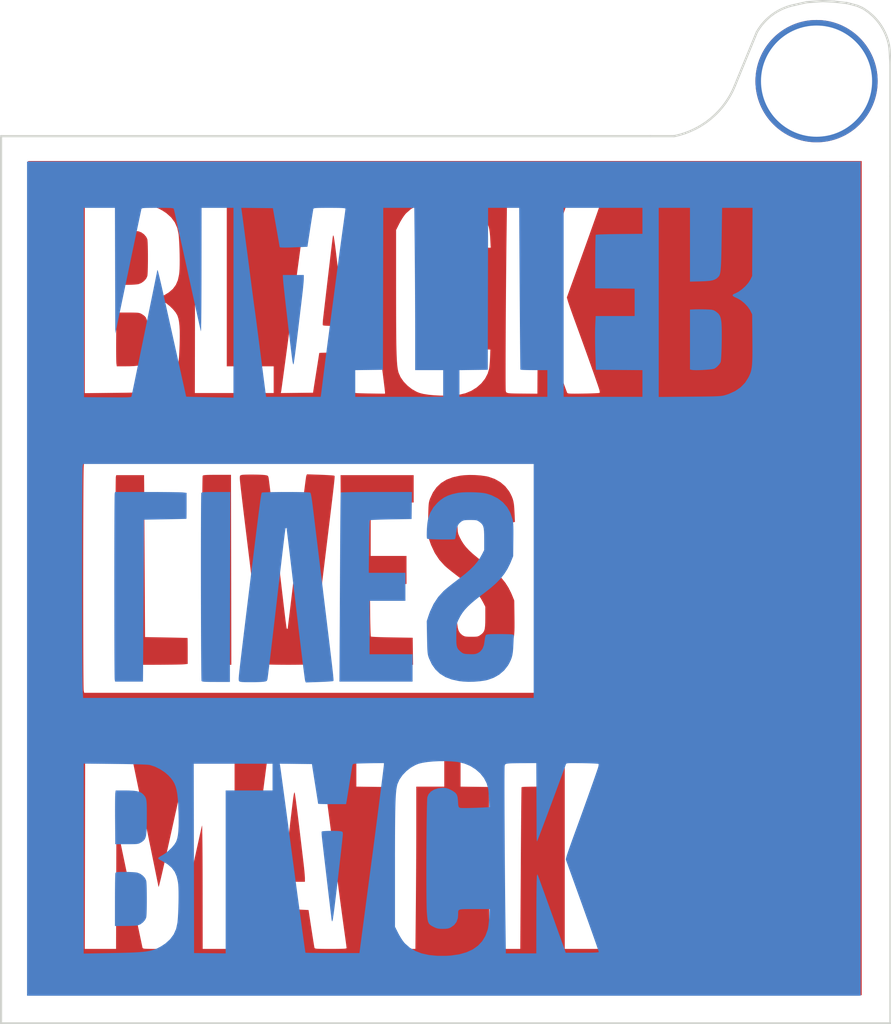
<source format=kicad_pcb>
(kicad_pcb (version 20200922) (generator pcbnew)

  (general
    (thickness 1.6)
  )

  (paper "A4")
  (layers
    (0 "F.Cu" signal)
    (31 "B.Cu" signal)
    (32 "B.Adhes" user "B.Adhesive")
    (33 "F.Adhes" user "F.Adhesive")
    (34 "B.Paste" user)
    (35 "F.Paste" user)
    (36 "B.SilkS" user "B.Silkscreen")
    (37 "F.SilkS" user "F.Silkscreen")
    (38 "B.Mask" user)
    (39 "F.Mask" user)
    (40 "Dwgs.User" user "User.Drawings")
    (41 "Cmts.User" user "User.Comments")
    (42 "Eco1.User" user "User.Eco1")
    (43 "Eco2.User" user "User.Eco2")
    (44 "Edge.Cuts" user)
    (45 "Margin" user)
    (46 "B.CrtYd" user "B.Courtyard")
    (47 "F.CrtYd" user "F.Courtyard")
    (48 "B.Fab" user)
    (49 "F.Fab" user)
  )

  (setup
    (stackup
      (layer "F.SilkS" (type "Top Silk Screen"))
      (layer "F.Paste" (type "Top Solder Paste"))
      (layer "F.Mask" (type "Top Solder Mask") (color "Green") (thickness 0.01))
      (layer "F.Cu" (type "copper") (thickness 0.035))
      (layer "dielectric 1" (type "core") (thickness 1.51) (material "FR4") (epsilon_r 4.5) (loss_tangent 0.02))
      (layer "B.Cu" (type "copper") (thickness 0.035))
      (layer "B.Mask" (type "Bottom Solder Mask") (color "Green") (thickness 0.01))
      (layer "B.Paste" (type "Bottom Solder Paste"))
      (layer "B.SilkS" (type "Bottom Silk Screen"))
      (copper_finish "None")
      (dielectric_constraints no)
    )
    (pcbplotparams
      (layerselection 0x00010fc_ffffffff)
      (usegerberextensions false)
      (usegerberattributes true)
      (usegerberadvancedattributes true)
      (creategerberjobfile true)
      (svguseinch false)
      (svgprecision 6)
      (excludeedgelayer true)
      (linewidth 0.100000)
      (plotframeref false)
      (viasonmask false)
      (mode 1)
      (useauxorigin false)
      (hpglpennumber 1)
      (hpglpenspeed 20)
      (hpglpendiameter 15.000000)
      (psnegative false)
      (psa4output false)
      (plotreference true)
      (plotvalue true)
      (plotinvisibletext false)
      (sketchpadsonfab false)
      (subtractmaskfromsilk false)
      (outputformat 1)
      (mirror false)
      (drillshape 0)
      (scaleselection 1)
      (outputdirectory "gerbers/keychain-v2")
    )
  )


  (net 0 "")

  (module "art:blm-1-5-inch-f-cu" (layer "F.Cu") (tedit 0) (tstamp d0883450-8e26-4762-bc4a-3798f21c4800)
    (at 148.0058 98.6028)
    (attr through_hole)
    (fp_text reference "G***" (at 0 0) (layer "F.SilkS") hide
      (effects (font (size 1.524 1.524) (thickness 0.3)))
      (tstamp 8b642281-845a-4a2b-bba5-3a3f019c6dfd)
    )
    (fp_text value "LOGO" (at 0.75 0) (layer "F.SilkS") hide
      (effects (font (size 1.524 1.524) (thickness 0.3)))
      (tstamp 0c5dc356-6581-483d-8590-b803f19cd95e)
    )
    (fp_poly (pts (xy -6.865826 9.820248)
      (xy -6.851526 9.903167)
      (xy -6.831569 10.038322)
      (xy -6.805857 10.226494)
      (xy -6.77429 10.468464)
      (xy -6.73677 10.765014)
      (xy -6.693197 11.116926)
      (xy -6.643473 11.524979)
      (xy -6.587498 11.989955)
      (xy -6.525174 12.512636)
      (xy -6.463036 13.037574)
      (xy -6.442622 13.219916)
      (xy -6.425116 13.394145)
      (xy -6.411762 13.546431)
      (xy -6.403805 13.662946)
      (xy -6.40211 13.715007)
      (xy -6.40211 13.876201)
      (xy -7.363243 13.876201)
      (xy -7.346542 13.61565)
      (xy -7.340312 13.543298)
      (xy -7.327769 13.418539)
      (xy -7.309684 13.248097)
      (xy -7.286831 13.038696)
      (xy -7.259981 12.797061)
      (xy -7.229908 12.529915)
      (xy -7.197384 12.243984)
      (xy -7.163182 11.945991)
      (xy -7.128075 11.64266)
      (xy -7.092835 11.340717)
      (xy -7.058235 11.046884)
      (xy -7.025048 10.767887)
      (xy -6.994046 10.510449)
      (xy -6.966001 10.281294)
      (xy -6.941688 10.087148)
      (xy -6.935728 10.040554)
      (xy -6.917833 9.923155)
      (xy -6.899137 9.836414)
      (xy -6.882336 9.791424)
      (xy -6.874568 9.788785)) (layer "F.Cu") (width 0) (tstamp 13f1f407-991c-4745-bb7d-5ca1ff14d2b8))
    (fp_poly (pts (xy 1.384816 -4.709039)
      (xy 1.64122 -4.689697)
      (xy 1.872871 -4.656989)
      (xy 1.997546 -4.629931)
      (xy 2.28445 -4.528352)
      (xy 2.539851 -4.381802)
      (xy 2.757798 -4.194812)
      (xy 2.932336 -3.97191)
      (xy 2.986794 -3.877296)
      (xy 3.051098 -3.746697)
      (xy 3.098574 -3.627389)
      (xy 3.132365 -3.505088)
      (xy 3.155616 -3.365511)
      (xy 3.17147 -3.194375)
      (xy 3.182637 -2.987368)
      (xy 3.201055 -2.565241)
      (xy 3.115445 -2.548154)
      (xy 3.058257 -2.542572)
      (xy 2.953108 -2.537754)
      (xy 2.811589 -2.534022)
      (xy 2.645294 -2.531697)
      (xy 2.499694 -2.531067)
      (xy 2.299003 -2.532055)
      (xy 2.150167 -2.535397)
      (xy 2.045513 -2.541659)
      (xy 1.977367 -2.551408)
      (xy 1.938057 -2.565211)
      (xy 1.927279 -2.57334)
      (xy 1.90249 -2.625385)
      (xy 1.8808 -2.720343)
      (xy 1.866885 -2.831763)
      (xy 1.832629 -3.041727)
      (xy 1.767539 -3.204347)
      (xy 1.668942 -3.324757)
      (xy 1.577464 -3.38726)
      (xy 1.505451 -3.421786)
      (xy 1.436814 -3.442039)
      (xy 1.353266 -3.45079)
      (xy 1.236516 -3.450814)
      (xy 1.171455 -3.448829)
      (xy 1.038939 -3.442698)
      (xy 0.949264 -3.432593)
      (xy 0.885719 -3.414176)
      (xy 0.831592 -3.383111)
      (xy 0.787485 -3.349196)
      (xy 0.709853 -3.282001)
      (xy 0.652485 -3.217256)
      (xy 0.61258 -3.144724)
      (xy 0.587337 -3.054165)
      (xy 0.573953 -2.935343)
      (xy 0.569628 -2.778018)
      (xy 0.571559 -2.571953)
      (xy 0.571758 -2.560844)
      (xy 0.575432 -2.378303)
      (xy 0.580047 -2.243246)
      (xy 0.587422 -2.143609)
      (xy 0.599373 -2.067329)
      (xy 0.617717 -2.002341)
      (xy 0.644273 -1.936582)
      (xy 0.676141 -1.86794)
      (xy 0.759326 -1.708141)
      (xy 0.854571 -1.558933)
      (xy 0.968046 -1.413919)
      (xy 1.10592 -1.266702)
      (xy 1.274363 -1.110885)
      (xy 1.479545 -0.94007)
      (xy 1.727636 -0.74786)
      (xy 1.831301 -0.670217)
      (xy 2.130375 -0.437511)
      (xy 2.380648 -0.218514)
      (xy 2.588824 -0.005359)
      (xy 2.76161 0.209824)
      (xy 2.905713 0.434902)
      (xy 3.027838 0.677743)
      (xy 3.075067 0.789097)
      (xy 3.171278 1.027315)
      (xy 3.180161 1.780295)
      (xy 3.182373 2.030104)
      (xy 3.18222 2.228785)
      (xy 3.179366 2.384729)
      (xy 3.173472 2.506328)
      (xy 3.164201 2.601974)
      (xy 3.151216 2.680058)
      (xy 3.14244 2.718278)
      (xy 3.04017 3.014991)
      (xy 2.892762 3.272906)
      (xy 2.700488 3.491756)
      (xy 2.463622 3.671273)
      (xy 2.182437 3.811188)
      (xy 1.95041 3.887876)
      (xy 1.823502 3.912238)
      (xy 1.652763 3.930895)
      (xy 1.453678 3.943488)
      (xy 1.241729 3.949658)
      (xy 1.0324 3.949049)
      (xy 0.841175 3.9413)
      (xy 0.683537 3.926054)
      (xy 0.636048 3.918294)
      (xy 0.388273 3.862267)
      (xy 0.183966 3.793743)
      (xy 0.007242 3.705145)
      (xy -0.157782 3.588892)
      (xy -0.282142 3.4802)
      (xy -0.473483 3.262465)
      (xy -0.619778 3.013103)
      (xy -0.715381 2.742988)
      (xy -0.744165 2.590621)
      (xy -0.760555 2.441677)
      (xy -0.772502 2.285564)
      (xy -0.779679 2.134623)
      (xy -0.781761 2.001192)
      (xy -0.778424 1.897609)
      (xy -0.769342 1.836215)
      (xy -0.764298 1.826495)
      (xy -0.726383 1.816961)
      (xy -0.639967 1.808615)
      (xy -0.516009 1.801603)
      (xy -0.365467 1.796072)
      (xy -0.199302 1.792165)
      (xy -0.028473 1.790029)
      (xy 0.136061 1.78981)
      (xy 0.28334 1.791653)
      (xy 0.402405 1.795703)
      (xy 0.482297 1.802107)
      (xy 0.511263 1.809552)
      (xy 0.527233 1.851068)
      (xy 0.544229 1.936056)
      (xy 0.559277 2.048568)
      (xy 0.563224 2.088096)
      (xy 0.588106 2.270431)
      (xy 0.628157 2.406573)
      (xy 0.689063 2.50912)
      (xy 0.776511 2.590673)
      (xy 0.796333 2.604656)
      (xy 0.853005 2.639467)
      (xy 0.909409 2.661574)
      (xy 0.981014 2.673804)
      (xy 1.083293 2.678983)
      (xy 1.208423 2.679953)
      (xy 1.347579 2.678889)
      (xy 1.442727 2.67358)
      (xy 1.509403 2.660846)
      (xy 1.563146 2.63751)
      (xy 1.619491 2.600395)
      (xy 1.628246 2.594082)
      (xy 1.701862 2.535506)
      (xy 1.756929 2.474776)
      (xy 1.796079 2.40234)
      (xy 1.821946 2.308648)
      (xy 1.837164 2.184149)
      (xy 1.844368 2.019291)
      (xy 1.84619 1.804524)
      (xy 1.84619 1.308712)
      (xy 1.74438 1.108459)
      (xy 1.644728 0.931657)
      (xy 1.528146 0.764003)
      (xy 1.388126 0.598733)
      (xy 1.218158 0.429085)
      (xy 1.011732 0.248293)
      (xy 0.762339 0.049596)
      (xy 0.625322 -0.054226)
      (xy 0.466795 -0.174635)
      (xy 0.31162 -0.295828)
      (xy 0.171359 -0.408534)
      (xy 0.057574 -0.50348)
      (xy -0.010936 -0.564469)
      (xy -0.259226 -0.837896)
      (xy -0.466031 -1.15063)
      (xy -0.633152 -1.505623)
      (xy -0.70152 -1.69719)
      (xy -0.781707 -1.944893)
      (xy -0.767147 -2.692083)
      (xy -0.762312 -2.924936)
      (xy -0.757431 -3.107107)
      (xy -0.751672 -3.247466)
      (xy -0.744206 -3.35488)
      (xy -0.734201 -3.438217)
      (xy -0.720827 -3.506347)
      (xy -0.703253 -3.568136)
      (xy -0.680648 -3.632454)
      (xy -0.678533 -3.638147)
      (xy -0.548182 -3.917737)
      (xy -0.38086 -4.153447)
      (xy -0.174893 -4.34642)
      (xy 0.071392 -4.497798)
      (xy 0.359669 -4.608724)
      (xy 0.691611 -4.680339)
      (xy 0.88034 -4.702276)
      (xy 1.124306 -4.713678)) (layer "F.Cu") (width 0) (tstamp 20cb6bbb-66f3-4fa2-9cf8-6192ac091bef))
    (fp_poly (pts (xy -5.693975 -4.722135)
      (xy -5.507806 -4.71473)
      (xy -5.34193 -4.706214)
      (xy -5.205542 -4.697214)
      (xy -5.107837 -4.688362)
      (xy -5.058009 -4.680285)
      (xy -5.053974 -4.678336)
      (xy -5.049711 -4.673355)
      (xy -5.046302 -4.665388)
      (xy -5.044084 -4.651439)
      (xy -5.043398 -4.628507)
      (xy -5.044583 -4.593596)
      (xy -5.047978 -4.543707)
      (xy -5.053922 -4.475842)
      (xy -5.062753 -4.387002)
      (xy -5.074812 -4.274189)
      (xy -5.090438 -4.134405)
      (xy -5.109969 -3.964652)
      (xy -5.133744 -3.761931)
      (xy -5.162104 -3.523244)
      (xy -5.195386 -3.245593)
      (xy -5.233931 -2.925979)
      (xy -5.278077 -2.561405)
      (xy -5.328163 -2.148872)
      (xy -5.384529 -1.685382)
      (xy -5.447513 -1.167936)
      (xy -5.497268 -0.75932)
      (xy -5.552439 -0.306242)
      (xy -5.606897 0.140978)
      (xy -5.660053 0.577501)
      (xy -5.711316 0.998485)
      (xy -5.760097 1.39909)
      (xy -5.805807 1.774473)
      (xy -5.847857 2.119795)
      (xy -5.885656 2.430214)
      (xy -5.918616 2.70089)
      (xy -5.946147 2.926981)
      (xy -5.967659 3.103647)
      (xy -5.982563 3.226047)
      (xy -5.982588 3.226251)
      (xy -6.01382 3.47221)
      (xy -6.040921 3.662159)
      (xy -6.064484 3.799456)
      (xy -6.085099 3.887458)
      (xy -6.10336 3.929523)
      (xy -6.107213 3.933005)
      (xy -6.147612 3.94033)
      (xy -6.238414 3.94649)
      (xy -6.37152 3.951498)
      (xy -6.538829 3.955366)
      (xy -6.73224 3.958106)
      (xy -6.943654 3.95973)
      (xy -7.16497 3.960251)
      (xy -7.388086 3.959681)
      (xy -7.604904 3.958032)
      (xy -7.807321 3.955316)
      (xy -7.987239 3.951547)
      (xy -8.136556 3.946735)
      (xy -8.247172 3.940893)
      (xy -8.310986 3.934034)
      (xy -8.32333 3.929648)
      (xy -8.330228 3.913277)
      (xy -8.338324 3.882938)
      (xy -8.348023 3.835565)
      (xy -8.359729 3.76809)
      (xy -8.373846 3.677446)
      (xy -8.390779 3.560566)
      (xy -8.410933 3.414384)
      (xy -8.434712 3.235832)
      (xy -8.46252 3.021843)
      (xy -8.494763 2.769349)
      (xy -8.531843 2.475285)
      (xy -8.574166 2.136583)
      (xy -8.622137 1.750176)
      (xy -8.676159 1.312996)
      (xy -8.736638 0.821977)
      (xy -8.784605 0.43177)
      (xy -8.862993 -0.206523)
      (xy -8.934382 -0.788338)
      (xy -8.999084 -1.316301)
      (xy -9.057412 -1.793038)
      (xy -9.109677 -2.221174)
      (xy -9.156193 -2.603336)
      (xy -9.197271 -2.942149)
      (xy -9.233223 -3.24024)
      (xy -9.264362 -3.500234)
      (xy -9.291 -3.724758)
      (xy -9.313448 -3.916436)
      (xy -9.33202 -4.077896)
      (xy -9.347027 -4.211763)
      (xy -9.358782 -4.320663)
      (xy -9.367597 -4.407222)
      (xy -9.373784 -4.474066)
      (xy -9.377655 -4.523821)
      (xy -9.379522 -4.559112)
      (xy -9.379811 -4.574531)
      (xy -9.3757 -4.653753)
      (xy -9.354726 -4.69316)
      (xy -9.303994 -4.712359)
      (xy -9.286782 -4.715973)
      (xy -9.214082 -4.723691)
      (xy -9.09604 -4.728774)
      (xy -8.946806 -4.73131)
      (xy -8.78053 -4.731383)
      (xy -8.611361 -4.729077)
      (xy -8.45345 -4.724479)
      (xy -8.320947 -4.717673)
      (xy -8.23445 -4.709642)
      (xy -8.145578 -4.694653)
      (xy -8.098083 -4.671856)
      (xy -8.074014 -4.628266)
      (xy -8.063117 -4.585698)
      (xy -8.056093 -4.54047)
      (xy -8.042797 -4.440706)
      (xy -8.023787 -4.291034)
      (xy -7.999623 -4.096079)
      (xy -7.970866 -3.860467)
      (xy -7.938075 -3.588825)
      (xy -7.90181 -3.285778)
      (xy -7.862631 -2.955953)
      (xy -7.821098 -2.603975)
      (xy -7.777771 -2.234471)
      (xy -7.75678 -2.054631)
      (xy -7.687809 -1.462852)
      (xy -7.625394 -0.927392)
      (xy -7.56919 -0.445419)
      (xy -7.518849 -0.014099)
      (xy -7.474026 0.369401)
      (xy -7.434374 0.707915)
      (xy -7.399548 1.004277)
      (xy -7.3692 1.261319)
      (xy -7.342986 1.481875)
      (xy -7.320558 1.668778)
      (xy -7.301571 1.824862)
      (xy -7.285678 1.952961)
      (xy -7.272533 2.055906)
      (xy -7.261791 2.136533)
      (xy -7.253104 2.197674)
      (xy -7.246126 2.242163)
      (xy -7.240512 2.272833)
      (xy -7.235915 2.292518)
      (xy -7.231989 2.30405)
      (xy -7.228388 2.310264)
      (xy -7.224765 2.313993)
      (xy -7.222782 2.315865)
      (xy -7.194708 2.320924)
      (xy -7.193868 2.320144)
      (xy -7.188881 2.289549)
      (xy -7.177434 2.203488)
      (xy -7.159971 2.065648)
      (xy -7.136939 1.879716)
      (xy -7.108779 1.649381)
      (xy -7.075938 1.378328)
      (xy -7.03886 1.070245)
      (xy -6.997988 0.728819)
      (xy -6.953768 0.357738)
      (xy -6.906644 -0.039312)
      (xy -6.857059 -0.458644)
      (xy -6.805459 -0.896569)
      (xy -6.777295 -1.136231)
      (xy -6.724526 -1.584143)
      (xy -6.673241 -2.016461)
      (xy -6.623906 -2.429399)
      (xy -6.576991 -2.819169)
      (xy -6.532963 -3.181985)
      (xy -6.492288 -3.51406)
      (xy -6.455435 -3.811607)
      (xy -6.422872 -4.070841)
      (xy -6.395066 -4.287973)
      (xy -6.372484 -4.459217)
      (xy -6.355595 -4.580787)
      (xy -6.344865 -4.648895)
      (xy -6.341938 -4.661765)
      (xy -6.310927 -4.743332)) (layer "F.Cu") (width 0) (tstamp 28ae0f95-7b0a-4dce-9452-ec6bcb9534c4))
    (fp_poly (pts (xy 19.057444 19.057444)
      (xy -19.057444 19.057444)
      (xy -19.057444 16.944324)
      (xy -9.263625 16.944324)
      (xy -8.540078 16.936347)
      (xy -7.81653 16.92837)
      (xy -7.66168 16.049941)
      (xy -7.62271 15.828422)
      (xy -7.587238 15.625927)
      (xy -7.556551 15.449874)
      (xy -7.531938 15.307679)
      (xy -7.514684 15.20676)
      (xy -7.506078 15.154534)
      (xy -7.50535 15.149179)
      (xy -7.474909 15.136797)
      (xy -7.386438 15.12973)
      (xy -7.241226 15.127982)
      (xy -7.040559 15.131556)
      (xy -6.785727 15.140459)
      (xy -6.654511 15.146169)
      (xy -6.236923 15.165274)
      (xy -6.108382 16.002156)
      (xy -6.074633 16.220505)
      (xy -6.043197 16.421286)
      (xy -6.015359 16.596479)
      (xy -5.992409 16.738066)
      (xy -5.975634 16.83803)
      (xy -5.966321 16.888351)
      (xy -5.96564 16.891149)
      (xy -5.957111 16.907445)
      (xy -5.93685 16.919961)
      (xy -5.897843 16.929188)
      (xy -5.833075 16.935621)
      (xy -5.735532 16.93975)
      (xy -5.598198 16.94207)
      (xy -5.414059 16.943073)
      (xy -5.223902 16.943259)
      (xy -4.986907 16.9426)
      (xy -4.803832 16.940429)
      (xy -4.669053 16.936455)
      (xy -4.576949 16.930388)
      (xy -4.521897 16.921935)
      (xy -4.498274 16.910806)
      (xy -4.496366 16.905593)
      (xy -4.500374 16.866804)
      (xy -4.51165 16.77745)
      (xy -4.529069 16.645927)
      (xy -4.551506 16.480631)
      (xy -4.577836 16.289956)
      (xy -4.601067 16.12394)
      (xy -4.627035 15.937392)
      (xy -4.659366 15.701856)
      (xy -4.696702 15.427394)
      (xy -4.737688 15.124071)
      (xy -4.780967 14.80195)
      (xy -4.825181 14.471094)
      (xy -4.868974 14.141567)
      (xy -4.900115 13.905979)
      (xy -4.946763 13.552329)
      (xy -4.998073 13.163584)
      (xy -5.052084 12.75458)
      (xy -5.106835 12.340159)
      (xy -5.160367 11.935158)
      (xy -5.210718 11.554416)
      (xy -5.255928 11.212773)
      (xy -5.269944 11.106917)
      (xy -5.310034 10.802772)
      (xy -5.350685 10.491744)
      (xy -5.390566 10.184204)
      (xy -5.428345 9.890521)
      (xy -5.462689 9.621067)
      (xy -5.492267 9.386212)
      (xy -5.515747 9.196327)
      (xy -5.522373 9.141618)
      (xy -5.545975 8.946754)
      (xy -5.568143 8.766548)
      (xy -5.587581 8.611308)
      (xy -5.602995 8.491344)
      (xy -5.613089 8.416965)
      (xy -5.614959 8.404631)
      (xy -5.6306 8.307854)
      (xy -4.049707 8.307854)
      (xy -4.049707 9.527538)
      (xy -3.41694 9.535574)
      (xy -2.784174 9.543611)
      (xy -2.769052 16.943259)
      (xy -1.349752 16.943259)
      (xy -1.330001 15.000293)
      (xy -1.32621 14.594601)
      (xy -1.322657 14.150947)
      (xy -1.319413 13.682534)
      (xy -1.316547 13.202565)
      (xy -1.314131 12.724243)
      (xy -1.312234 12.26077)
      (xy -1.310928 11.82535)
      (xy -1.310282 11.431186)
      (xy -1.310225 11.293024)
      (xy -1.310199 9.528722)
      (xy -0.029777 9.528722)
      (xy -0.029777 8.307854)
      (xy 0.714654 8.307854)
      (xy 0.714654 9.527561)
      (xy 1.362309 9.535586)
      (xy 2.009965 9.543611)
      (xy 2.017525 13.243435)
      (xy 2.025086 16.943259)
      (xy 3.446189 16.943259)
      (xy 3.468213 13.258323)
      (xy 3.47109 12.794649)
      (xy 3.474072 12.347478)
      (xy 3.477123 11.920423)
      (xy 3.480211 11.517097)
      (xy 3.483298 11.141111)
      (xy 3.486353 10.796079)
      (xy 3.489338 10.485614)
      (xy 3.492221 10.213328)
      (xy 3.494966 9.982833)
      (xy 3.497538 9.797743)
      (xy 3.499904 9.66167)
      (xy 3.502028 9.578226)
      (xy 3.503733 9.551055)
      (xy 3.536246 9.544321)
      (xy 3.619232 9.538401)
      (xy 3.743611 9.533621)
      (xy 3.900303 9.530307)
      (xy 4.080228 9.528785)
      (xy 4.125907 9.528722)
      (xy 4.734584 9.528722)
      (xy 4.734584 8.307854)
      (xy 5.479015 8.307854)
      (xy 5.479015 16.943259)
      (xy 9.082063 16.943259)
      (xy 9.826495 16.943259)
      (xy 11.255803 16.943259)
      (xy 11.255803 13.572308)
      (xy 11.739683 13.583795)
      (xy 11.966784 13.59224)
      (xy 12.144062 13.607096)
      (xy 12.281115 13.630825)
      (xy 12.387545 13.665885)
      (xy 12.472949 13.714735)
      (xy 12.546928 13.779835)
      (xy 12.560301 13.794044)
      (xy 12.586691 13.828208)
      (xy 12.609237 13.872037)
      (xy 12.628332 13.930405)
      (xy 12.644366 14.008189)
      (xy 12.657732 14.110262)
      (xy 12.668822 14.241501)
      (xy 12.678027 14.406779)
      (xy 12.685741 14.610973)
      (xy 12.692353 14.858957)
      (xy 12.698257 15.155606)
      (xy 12.703844 15.505796)
      (xy 12.705146 15.595838)
      (xy 12.724335 16.943259)
      (xy 14.116913 16.943259)
      (xy 14.108222 15.387397)
      (xy 14.099531 13.831536)
      (xy 14.016326 13.6621)
      (xy 13.922567 13.51482)
      (xy 13.790109 13.364121)
      (xy 13.634497 13.223803)
      (xy 13.471277 13.107665)
      (xy 13.315995 13.029506)
      (xy 13.295545 13.022305)
      (xy 13.233397 12.990752)
      (xy 13.206258 12.955119)
      (xy 13.206213 12.95387)
      (xy 13.211643 12.927843)
      (xy 13.234977 12.902905)
      (xy 13.286779 12.872121)
      (xy 13.377613 12.828556)
      (xy 13.440734 12.799918)
      (xy 13.593987 12.709431)
      (xy 13.749929 12.58094)
      (xy 13.890378 12.432006)
      (xy 13.997154 12.280192)
      (xy 14.016509 12.24374)
      (xy 14.099531 12.074677)
      (xy 14.108953 10.961248)
      (xy 14.111228 10.632732)
      (xy 14.11157 10.357173)
      (xy 14.109316 10.127989)
      (xy 14.103805 9.938596)
      (xy 14.094376 9.78241)
      (xy 14.080367 9.652849)
      (xy 14.061117 9.543328)
      (xy 14.035965 9.447266)
      (xy 14.004249 9.358077)
      (xy 13.965307 9.26918)
      (xy 13.932122 9.201053)
      (xy 13.776616 8.955612)
      (xy 13.574226 8.746716)
      (xy 13.3253 8.574636)
      (xy 13.030185 8.439641)
      (xy 12.89334 8.394304)
      (xy 12.839668 8.378876)
      (xy 12.787093 8.365958)
      (xy 12.729819 8.355271)
      (xy 12.662045 8.346537)
      (xy 12.577973 8.339476)
      (xy 12.471804 8.333811)
      (xy 12.337739 8.329262)
      (xy 12.16998 8.325551)
      (xy 11.962728 8.322399)
      (xy 11.710184 8.319529)
      (xy 11.40655 8.31666)
      (xy 11.248359 8.315267)
      (xy 9.826495 8.302883)
      (xy 9.826495 16.943259)
      (xy 9.082063 16.943259)
      (xy 9.082063 15.756253)
      (xy 8.027415 15.746766)
      (xy 7.782197 15.74389)
      (xy 7.555787 15.739945)
      (xy 7.355093 15.735151)
      (xy 7.187028 15.729728)
      (xy 7.0585 15.723896)
      (xy 6.976419 15.717873)
      (xy 6.947989 15.71249)
      (xy 6.942617 15.67825)
      (xy 6.937645 15.59088)
      (xy 6.933202 15.456802)
      (xy 6.929419 15.28244)
      (xy 6.926422 15.074216)
      (xy 6.924341 14.838553)
      (xy 6.923305 14.581875)
      (xy 6.923212 14.476734)
      (xy 6.923212 13.265768)
      (xy 8.724736 13.250006)
      (xy 8.724736 12.000234)
      (xy 6.944292 12.000234)
      (xy 6.922815 11.570618)
      (xy 6.917828 11.41777)
      (xy 6.91538 11.219733)
      (xy 6.915418 10.990814)
      (xy 6.917894 10.745323)
      (xy 6.922755 10.497568)
      (xy 6.927164 10.342306)
      (xy 6.952989 9.543611)
      (xy 8.017526 9.53579)
      (xy 9.082063 9.52797)
      (xy 9.082063 8.307854)
      (xy 5.479015 8.307854)
      (xy 4.734584 8.307854)
      (xy 0.714654 8.307854)
      (xy -0.029777 8.307854)
      (xy -4.049707 8.307854)
      (xy -5.6306 8.307854)
      (xy -8.125542 8.307854)
      (xy -8.143145 8.434408)
      (xy -8.150233 8.487525)
      (xy -8.16415 8.593774)
      (xy -8.184126 8.74722)
      (xy -8.209392 8.941928)
      (xy -8.239179 9.171961)
      (xy -8.272719 9.431385)
      (xy -8.309242 9.714264)
      (xy -8.34798 10.014662)
      (xy -8.367856 10.168933)
      (xy -8.418675 10.563368)
      (xy -8.462567 10.903731)
      (xy -8.500189 11.19502)
      (xy -8.532198 11.442234)
      (xy -8.559249 11.650369)
      (xy -8.581998 11.824425)
      (xy -8.601103 11.969399)
      (xy -8.617218 12.090289)
      (xy -8.631 12.192093)
      (xy -8.643106 12.27981)
      (xy -8.654192 12.358436)
      (xy -8.664913 12.432971)
      (xy -8.666936 12.446893)
      (xy -8.677105 12.520086)
      (xy -8.69384 12.64449)
      (xy -8.716107 12.812251)
      (xy -8.742871 13.015512)
      (xy -8.7731 13.246418)
      (xy -8.805758 13.497112)
      (xy -8.839812 13.759739)
      (xy -8.843321 13.78687)
      (xy -8.877626 14.051821)
      (xy -8.910754 14.306977)
      (xy -8.941646 14.544235)
      (xy -8.969243 14.755492)
      (xy -8.992487 14.932646)
      (xy -9.010318 15.067593)
      (xy -9.021679 15.152231)
      (xy -9.022282 15.156623)
      (xy -9.035239 15.252505)
      (xy -9.054221 15.395263)
      (xy -9.077623 15.572709)
      (xy -9.103839 15.772655)
      (xy -9.131265 15.982914)
      (xy -9.141909 16.06483)
      (xy -9.168179 16.265982)
      (xy -9.192826 16.452405)
      (xy -9.214526 16.614261)
      (xy -9.231953 16.741708)
      (xy -9.243783 16.824906)
      (xy -9.247216 16.847016)
      (xy -9.263625 16.944324)
      (xy -19.057444 16.944324)
      (xy -19.057444 16.943259)
      (xy -16.467023 16.943259)
      (xy -15.037811 16.943259)
      (xy -15.030219 14.065981)
      (xy -15.022626 11.188704)
      (xy -14.432192 14.013871)
      (xy -14.348199 14.415591)
      (xy -14.267477 14.80132)
      (xy -14.19088 15.166996)
      (xy -14.119263 15.508557)
      (xy -14.053479 15.82194)
      (xy -13.994383 16.103085)
      (xy -13.942828 16.347928)
      (xy -13.899669 16.552407)
      (xy -13.86576 16.712461)
      (xy -13.841955 16.824028)
      (xy -13.829108 16.883045)
      (xy -13.827196 16.891149)
      (xy -13.818535 16.907466)
      (xy -13.798136 16.919992)
      (xy -13.758973 16.929223)
      (xy -13.694017 16.935652)
      (xy -13.59624 16.939774)
      (xy -13.458614 16.942085)
      (xy -13.274111 16.943079)
      (xy -13.087105 16.943259)
      (xy -12.859793 16.942962)
      (xy -12.684994 16.941743)
      (xy -12.555669 16.939105)
      (xy -12.464778 16.934555)
      (xy -12.405281 16.927596)
      (xy -12.370138 16.917736)
      (xy -12.35231 16.904478)
      (xy -12.345801 16.891149)
      (xy -12.337256 16.855088)
      (xy -12.316868 16.764981)
      (xy -12.285551 16.624956)
      (xy -12.244217 16.439137)
      (xy -12.193779 16.211653)
      (xy -12.135149 15.94663)
      (xy -12.06924 15.648194)
      (xy -11.996965 15.320472)
      (xy -11.919237 14.967591)
      (xy -11.836969 14.593678)
      (xy -11.751072 14.202859)
      (xy -11.731647 14.11442)
      (xy -11.644838 13.719427)
      (xy -11.561275 13.339738)
      (xy -11.481889 12.979552)
      (xy -11.407611 12.643071)
      (xy -11.339372 12.334497)
      (xy -11.278104 12.058031)
      (xy -11.224737 11.817873)
      (xy -11.180204 11.618227)
      (xy -11.145436 11.463292)
      (xy -11.121363 11.35727)
      (xy -11.108917 11.304363)
      (xy -11.107889 11.300469)
      (xy -11.104074 11.316021)
      (xy -11.100409 11.387696)
      (xy -11.096929 11.512063)
      (xy -11.093669 11.685691)
      (xy -11.090664 11.905149)
      (xy -11.087947 12.167005)
      (xy -11.085555 12.467829)
      (xy -11.08352 12.804189)
      (xy -11.081879 13.172654)
      (xy -11.080666 13.569793)
      (xy -11.079915 13.992175)
      (xy -11.079825 14.077198)
      (xy -11.07714 16.943259)
      (xy -9.618054 16.943259)
      (xy -9.618054 8.268883)
      (xy -10.696858 8.290228)
      (xy -10.943827 8.295261)
      (xy -11.171105 8.300176)
      (xy -11.372039 8.304805)
      (xy -11.539978 8.308985)
      (xy -11.66827 8.312549)
      (xy -11.750265 8.315333)
      (xy -11.779306 8.317158)
      (xy -11.786125 8.346375)
      (xy -11.804952 8.429789)
      (xy -11.834907 8.563456)
      (xy -11.875111 8.74343)
      (xy -11.924688 8.965765)
      (xy -11.982757 9.226516)
      (xy -12.048441 9.521736)
      (xy -12.12086 9.84748)
      (xy -12.199138 10.199803)
      (xy -12.282394 10.574758)
      (xy -12.369751 10.968401)
      (xy -12.413688 11.166471)
      (xy -12.523654 11.661861)
      (xy -12.621551 12.10193)
      (xy -12.708047 12.489536)
      (xy -12.783811 12.827535)
      (xy -12.849513 13.118783)
      (xy -12.905821 13.366137)
      (xy -12.953405 13.572452)
      (xy -12.992934 13.740585)
      (xy -13.025076 13.873393)
      (xy -13.0505 13.973731)
      (xy -13.069876 14.044457)
      (xy -13.083872 14.088426)
      (xy -13.093157 14.108495)
      (xy -13.098402 14.10752)
      (xy -13.099978 14.096667)
      (xy -13.106166 14.062713)
      (xy -13.123378 13.975277)
      (xy -13.150621 13.839203)
      (xy -13.186902 13.659341)
      (xy -13.231228 13.440535)
      (xy -13.282606 13.187632)
      (xy -13.340043 12.90548)
      (xy -13.402546 12.598925)
      (xy -13.469123 12.272813)
      (xy -13.538779 11.931991)
      (xy -13.610524 11.581306)
      (xy -13.683362 11.225604)
      (xy -13.756302 10.869732)
      (xy -13.828351 10.518536)
      (xy -13.898515 10.176864)
      (xy -13.965803 9.849562)
      (xy -14.029219 9.541476)
      (xy -14.087773 9.257453)
      (xy -14.140471 9.002339)
      (xy -14.18632 8.780982)
      (xy -14.224327 8.598228)
      (xy -14.253499 8.458924)
      (xy -14.272843 8.367915)
      (xy -14.281366 8.33005)
      (xy -14.281435 8.329818)
      (xy -14.288786 8.31609)
      (xy -14.305502 8.305063)
      (xy -14.337343 8.296502)
      (xy -14.390074 8.290172)
      (xy -14.469458 8.285836)
      (xy -14.581256 8.283259)
      (xy -14.731234 8.282206)
      (xy -14.925153 8.282442)
      (xy -15.168776 8.283731)
      (xy -15.374633 8.285152)
      (xy -16.451935 8.292966)
      (xy -16.459479 12.618112)
      (xy -16.467023 16.943259)
      (xy -19.057444 16.943259)
      (xy -19.057444 0.386551)
      (xy -16.540767 0.386551)
      (xy -16.540632 0.865302)
      (xy -16.540295 1.337276)
      (xy -16.539757 1.798681)
      (xy -16.539015 2.245723)
      (xy -16.53807 2.674607)
      (xy -16.536922 3.08154)
      (xy -16.535569 3.462728)
      (xy -16.53401 3.814379)
      (xy -16.532247 4.132697)
      (xy -16.530276 4.413889)
      (xy -16.528099 4.654162)
      (xy -16.525715 4.849722)
      (xy -16.523122 4.996775)
      (xy -16.520321 5.091528)
      (xy -16.517584 5.129132)
      (xy -16.493902 5.240797)
      (xy 4.109261 5.240797)
      (xy 4.109261 -5.449238)
      (xy -16.490725 -5.449238)
      (xy -16.515996 -5.099355)
      (xy -16.519006 -5.02813)
      (xy -16.521823 -4.902981)
      (xy -16.524448 -4.727703)
      (xy -16.52688 -4.50609)
      (xy -16.529118 -4.241934)
      (xy -16.531161 -3.93903)
      (xy -16.533009 -3.601172)
      (xy -16.534661 -3.232152)
      (xy -16.536118 -2.835766)
      (xy -16.537377 -2.415806)
      (xy -16.538439 -1.976066)
      (xy -16.539303 -1.52034)
      (xy -16.539968 -1.052422)
      (xy -16.540435 -0.576104)
      (xy -16.540701 -0.095183)
      (xy -16.540767 0.386551)
      (xy -19.057444 0.386551)
      (xy -19.057444 -8.451023)
      (xy -16.466823 -8.451023)
      (xy -16.007083 -8.455698)
      (xy -7.505265 -8.455698)
      (xy -6.767846 -8.463664)
      (xy -6.030426 -8.47163)
      (xy -6.005929 -8.635405)
      (xy -5.994364 -8.710782)
      (xy -5.975031 -8.834579)
      (xy -5.949569 -8.99641)
      (xy -5.919613 -9.185885)
      (xy -5.886802 -9.39262)
      (xy -5.864221 -9.534455)
      (xy -5.83211 -9.736531)
      (xy -5.803357 -9.918696)
      (xy -5.779225 -10.072842)
      (xy -5.760981 -10.190858)
      (xy -5.749887 -10.264634)
      (xy -5.747011 -10.286331)
      (xy -5.71867 -10.291215)
      (xy -5.639388 -10.29553)
      (xy -5.51778 -10.299052)
      (xy -5.362459 -10.301558)
      (xy -5.182039 -10.302823)
      (xy -5.109166 -10.302931)
      (xy -4.471321 -10.302931)
      (xy -4.454014 -10.221044)
      (xy -4.444775 -10.169936)
      (xy -4.427815 -10.068892)
      (xy -4.404582 -9.92682)
      (xy -4.376521 -9.752629)
      (xy -4.345081 -9.555227)
      (xy -4.317407 -9.379836)
      (xy -4.284285 -9.170007)
      (xy -4.253379 -8.97606)
      (xy -4.226129 -8.806887)
      (xy -4.203974 -8.671377)
      (xy -4.188354 -8.578419)
      (xy -4.181372 -8.539891)
      (xy -4.169241 -8.49794)
      (xy -4.145293 -8.472926)
      (xy -4.09567 -8.459388)
      (xy -4.006513 -8.451862)
      (xy -3.950842 -8.449031)
      (xy -3.845771 -8.445119)
      (xy -3.697317 -8.441092)
      (xy -3.52165 -8.437318)
      (xy -3.334941 -8.434162)
      (xy -3.238277 -8.43288)
      (xy -2.739508 -8.426964)
      (xy -2.739508 -8.496625)
      (xy -2.743247 -8.536177)
      (xy -2.754007 -8.629424)
      (xy -2.771104 -8.77101)
      (xy -2.793852 -8.955577)
      (xy -2.821566 -9.177766)
      (xy -2.85356 -9.432221)
      (xy -2.889151 -9.713584)
      (xy -2.927652 -10.016497)
      (xy -2.968378 -10.335602)
      (xy -3.010645 -10.665541)
      (xy -3.053768 -11.000958)
      (xy -3.09706 -11.336493)
      (xy -3.139838 -11.66679)
      (xy -3.181415 -11.986491)
      (xy -3.221107 -12.290238)
      (xy -3.258229 -12.572673)
      (xy -3.292095 -12.82844)
      (xy -3.322021 -13.052179)
      (xy -3.322714 -13.057327)
      (xy -3.341058 -13.194165)
      (xy -3.366166 -13.382421)
      (xy -3.397026 -13.614467)
      (xy -3.432627 -13.882676)
      (xy -3.471958 -14.17942)
      (xy -3.514008 -14.497072)
      (xy -3.557766 -14.828006)
      (xy -3.602219 -15.164592)
      (xy -3.628671 -15.365065)
      (xy -3.699507 -15.902137)
      (xy -2.233294 -15.902137)
      (xy -2.233222 -13.124867)
      (xy -2.232965 -12.589906)
      (xy -2.232149 -12.111001)
      (xy -2.230667 -11.684656)
      (xy -2.228409 -11.307376)
      (xy -2.225266 -10.975663)
      (xy -2.22113 -10.686021)
      (xy -2.215893 -10.434955)
      (xy -2.209444 -10.218967)
      (xy -2.201676 -10.034562)
      (xy -2.19248 -9.878243)
      (xy -2.181746 -9.746513)
      (xy -2.169366 -9.635878)
      (xy -2.155232 -9.542839)
      (xy -2.139234 -9.463902)
      (xy -2.121263 -9.39557)
      (xy -2.116717 -9.380591)
      (xy -2.026086 -9.177439)
      (xy -1.887064 -8.978569)
      (xy -1.710504 -8.794352)
      (xy -1.507257 -8.635156)
      (xy -1.288176 -8.511352)
      (xy -1.150588 -8.457378)
      (xy -0.972324 -8.413108)
      (xy -0.748694 -8.378467)
      (xy -0.493195 -8.354034)
      (xy -0.219323 -8.340387)
      (xy 0.059425 -8.338103)
      (xy 0.329552 -8.347761)
      (xy 0.577563 -8.369937)
      (xy 0.652781 -8.380181)
      (xy 0.943471 -8.449101)
      (xy 1.213347 -8.562381)
      (xy 1.456011 -8.714472)
      (xy 1.665065 -8.899824)
      (xy 1.834112 -9.112887)
      (xy 1.956754 -9.348111)
      (xy 1.99332 -9.473004)
      (xy 2.773509 -9.473004)
      (xy 2.773641 -9.205754)
      (xy 2.774279 -8.979525)
      (xy 2.775445 -8.798339)
      (xy 2.777159 -8.666216)
      (xy 2.779442 -8.587177)
      (xy 2.781119 -8.56677)
      (xy 2.788788 -8.528445)
      (xy 2.800228 -8.498545)
      (xy 2.822238 -8.475962)
      (xy 2.861619 -8.45959)
      (xy 2.925168 -8.448321)
      (xy 3.019685 -8.441049)
      (xy 3.151969 -8.436666)
      (xy 3.328819 -8.434065)
      (xy 3.557034 -8.432139)
      (xy 3.610492 -8.431729)
      (xy 4.22837 -8.426964)
      (xy 4.235815 -9.804162)
      (xy 4.237362 -10.103412)
      (xy 4.238764 -10.399597)
      (xy 4.239987 -10.684193)
      (xy 4.241002 -10.948676)
      (xy 4.241776 -11.184522)
      (xy 4.242278 -11.383207)
      (xy 4.242478 -11.536206)
      (xy 4.242434 -11.605022)
      (xy 4.243479 -11.753929)
      (xy 4.246911 -11.876881)
      (xy 4.252248 -11.964019)
      (xy 4.259009 -12.005485)
      (xy 4.262063 -12.007015)
      (xy 4.276533 -11.975218)
      (xy 4.309561 -11.89302)
      (xy 4.359088 -11.765892)
      (xy 4.423056 -11.599305)
      (xy 4.499406 -11.398731)
      (xy 4.58608 -11.169642)
      (xy 4.681019 -10.917507)
      (xy 4.782164 -10.6478)
      (xy 4.887458 -10.36599)
      (xy 4.994842 -10.077549)
      (xy 5.102256 -9.787948)
      (xy 5.207644 -9.50266)
      (xy 5.308945 -9.227154)
      (xy 5.345734 -9.126729)
      (xy 5.411629 -8.946821)
      (xy 5.471563 -8.783519)
      (xy 5.522172 -8.645954)
      (xy 5.560097 -8.54326)
      (xy 5.581975 -8.484568)
      (xy 5.584952 -8.47679)
      (xy 5.594919 -8.45981)
      (xy 5.614567 -8.446948)
      (xy 5.651046 -8.437775)
      (xy 5.711508 -8.431861)
      (xy 5.803104 -8.428777)
      (xy 5.932984 -8.428095)
      (xy 6.108299 -8.429384)
      (xy 6.329296 -8.432124)
      (xy 6.531228 -8.435705)
      (xy 6.713245 -8.440583)
      (xy 6.866924 -8.446398)
      (xy 6.983842 -8.452789)
      (xy 7.055577 -8.459395)
      (xy 7.074436 -8.463993)
      (xy 7.080065 -8.503524)
      (xy 7.068355 -8.57718)
      (xy 7.058852 -8.61288)
      (xy 7.034626 -8.688305)
      (xy 6.992324 -8.81325)
      (xy 6.934237 -8.981273)
      (xy 6.86266 -9.185932)
      (xy 6.779885 -9.420784)
      (xy 6.688205 -9.679388)
      (xy 6.589913 -9.9553)
      (xy 6.487302 -10.242079)
      (xy 6.382665 -10.533282)
      (xy 6.278296 -10.822466)
      (xy 6.176487 -11.103191)
      (xy 6.079531 -11.369013)
      (xy 6.022757 -11.523799)
      (xy 5.937653 -11.756471)
      (xy 5.857021 -11.979238)
      (xy 5.783772 -12.183885)
      (xy 5.720815 -12.362193)
      (xy 5.67106 -12.505947)
      (xy 5.637419 -12.606931)
      (xy 5.626319 -12.643078)
      (xy 5.574786 -12.824375)
      (xy 5.945132 -13.849057)
      (xy 6.12223 -14.339516)
      (xy 6.286944 -14.796606)
      (xy 6.438505 -15.218162)
      (xy 6.576143 -15.60202)
      (xy 6.699088 -15.946015)
      (xy 6.806571 -16.247982)
      (xy 6.897821 -16.505757)
      (xy 6.97207 -16.717175)
      (xy 7.028547 -16.880071)
      (xy 7.066482 -16.992281)
      (xy 7.085107 -17.05164)
      (xy 7.086987 -17.060379)
      (xy 7.06079 -17.071472)
      (xy 6.981239 -17.080126)
      (xy 6.84689 -17.086403)
      (xy 6.656303 -17.090362)
      (xy 6.408035 -17.092065)
      (xy 6.330401 -17.092146)
      (xy 5.573814 -17.092146)
      (xy 5.514468 -16.920926)
      (xy 5.48643 -16.841122)
      (xy 5.441982 -16.715992)
      (xy 5.38335 -16.551718)
      (xy 5.312762 -16.354482)
      (xy 5.232443 -16.130467)
      (xy 5.144621 -15.885856)
      (xy 5.051522 -15.626829)
      (xy 4.955373 -15.359571)
      (xy 4.858399 -15.090263)
      (xy 4.762829 -14.825088)
      (xy 4.670887 -14.570228)
      (xy 4.584802 -14.331865)
      (xy 4.506798 -14.116183)
      (xy 4.439104 -13.929362)
      (xy 4.383945 -13.777587)
      (xy 4.343548 -13.667038)
      (xy 4.32014 -13.603899)
      (xy 4.316039 -13.593318)
      (xy 4.279568 -13.503986)
      (xy 4.256937 -13.578429)
      (xy 4.252755 -13.621203)
      (xy 4.248722 -13.718005)
      (xy 4.244918 -13.863309)
      (xy 4.241419 -14.051588)
      (xy 4.238304 -14.277315)
      (xy 4.235652 -14.534964)
      (xy 4.233541 -14.819009)
      (xy 4.232049 -15.123923)
      (xy 4.231338 -15.387398)
      (xy 4.22837 -17.121923)
      (xy 2.836884 -17.121923)
      (xy 2.81807 -15.670282)
      (xy 2.813117 -15.27019)
      (xy 2.808356 -14.850809)
      (xy 2.803808 -14.416161)
      (xy 2.799495 -13.970265)
      (xy 2.795437 -13.517143)
      (xy 2.791656 -13.060814)
      (xy 2.788172 -12.6053)
      (xy 2.785006 -12.154622)
      (xy 2.782179 -11.7128)
      (xy 2.779712 -11.283854)
      (xy 2.777626 -10.871806)
      (xy 2.775942 -10.480677)
      (xy 2.77468 -10.114486)
      (xy 2.773862 -9.777255)
      (xy 2.773509 -9.473004)
      (xy 1.99332 -9.473004)
      (xy 2.020798 -9.566853)
      (xy 2.033903 -9.660165)
      (xy 2.046754 -9.793941)
      (xy 2.057742 -9.949109)
      (xy 2.064374 -10.082574)
      (xy 2.078382 -10.442873)
      (xy 1.674694 -10.462234)
      (xy 1.491089 -10.46989)
      (xy 1.296124 -10.476116)
      (xy 1.114035 -10.480239)
      (xy 0.978508 -10.481595)
      (xy 0.846239 -10.481948)
      (xy 0.757307 -10.476463)
      (xy 0.702444 -10.455321)
      (xy 0.672382 -10.408704)
      (xy 0.657853 -10.326793)
      (xy 0.649588 -10.19977)
      (xy 0.645661 -10.128989)
      (xy 0.629148 -9.978906)
      (xy 0.593157 -9.868768)
      (xy 0.527287 -9.782987)
      (xy 0.421134 -9.705974)
      (xy 0.329538 -9.655276)
      (xy 0.208662 -9.598544)
      (xy 0.106029 -9.568993)
      (xy -0.008368 -9.558894)
      (xy -0.046151 -9.5585)
      (xy -0.259642 -9.578857)
      (xy -0.444148 -9.637234)
      (xy -0.592906 -9.729586)
      (xy -0.699156 -9.851868)
      (xy -0.752072 -9.980797)
      (xy -0.758286 -10.036867)
      (xy -0.76415 -10.147028)
      (xy -0.769638 -10.305819)
      (xy -0.774726 -10.507776)
      (xy -0.779389 -10.747438)
      (xy -0.7836 -11.019342)
      (xy -0.787336 -11.318026)
      (xy -0.790571 -11.638028)
      (xy -0.793281 -11.973885)
      (xy -0.79544 -12.320135)
      (xy -0.797023 -12.671316)
      (xy -0.798005 -13.021966)
      (xy -0.798361 -13.366623)
      (xy -0.798067 -13.699823)
      (xy -0.797097 -14.016105)
      (xy -0.795425 -14.310007)
      (xy -0.793028 -14.576066)
      (xy -0.789879 -14.808819)
      (xy -0.785955 -15.002806)
      (xy -0.781229 -15.152563)
      (xy -0.7762 -15.245956)
      (xy -0.760213 -15.437587)
      (xy -0.742125 -15.580142)
      (xy -0.717062 -15.684032)
      (xy -0.680152 -15.759669)
      (xy -0.626525 -15.817468)
      (xy -0.551308 -15.86784)
      (xy -0.463521 -15.914225)
      (xy -0.361919 -15.960773)
      (xy -0.271912 -15.987489)
      (xy -0.168853 -15.999597)
      (xy -0.04797 -16.002318)
      (xy 0.095079 -15.998346)
      (xy 0.199032 -15.983449)
      (xy 0.283874 -15.954172)
      (xy 0.312661 -15.939936)
      (xy 0.472441 -15.827444)
      (xy 0.581718 -15.684313)
      (xy 0.641712 -15.508454)
      (xy 0.655099 -15.353568)
      (xy 0.654287 -15.274031)
      (xy 0.656425 -15.212822)
      (xy 0.668373 -15.167554)
      (xy 0.696993 -15.13584)
      (xy 0.749144 -15.115293)
      (xy 0.831689 -15.103526)
      (xy 0.951487 -15.098151)
      (xy 1.115399 -15.096783)
      (xy 1.330286 -15.097034)
      (xy 1.392324 -15.097069)
      (xy 2.0934 -15.097069)
      (xy 2.074878 -15.476729)
      (xy 2.063645 -15.641083)
      (xy 2.047043 -15.802367)
      (xy 2.027373 -15.941299)
      (xy 2.008378 -16.033432)
      (xy 1.904027 -16.317853)
      (xy 1.755427 -16.563586)
      (xy 1.56225 -16.770842)
      (xy 1.324163 -16.939828)
      (xy 1.040837 -17.070753)
      (xy 0.711941 -17.163828)
      (xy 0.337145 -17.219261)
      (xy 0.111294 -17.233781)
      (xy -0.308004 -17.232894)
      (xy -0.681752 -17.195991)
      (xy -1.012396 -17.122308)
      (xy -1.302386 -17.011084)
      (xy -1.554169 -16.861554)
      (xy -1.770194 -16.672958)
      (xy -1.803205 -16.637327)
      (xy -1.877185 -16.542427)
      (xy -1.962428 -16.413719)
      (xy -2.04581 -16.271727)
      (xy -2.087451 -16.192764)
      (xy -2.233294 -15.902137)
      (xy -3.699507 -15.902137)
      (xy -3.858425 -17.107034)
      (xy -5.083149 -17.107034)
      (xy -5.347514 -17.106617)
      (xy -5.593128 -17.105427)
      (xy -5.813656 -17.103553)
      (xy -6.00276 -17.101086)
      (xy -6.154104 -17.098116)
      (xy -6.261352 -17.094734)
      (xy -6.318168 -17.09103)
      (xy -6.325555 -17.089323)
      (xy -6.331485 -17.058256)
      (xy -6.344779 -16.971467)
      (xy -6.364984 -16.83227)
      (xy -6.391646 -16.643981)
      (xy -6.424311 -16.409916)
      (xy -6.462526 -16.133392)
      (xy -6.505837 -15.817723)
      (xy -6.55379 -15.466227)
      (xy -6.605932 -15.082218)
      (xy -6.661809 -14.669012)
      (xy -6.720967 -14.229925)
      (xy -6.782952 -13.768274)
      (xy -6.847312 -13.287373)
      (xy -6.908178 -12.831175)
      (xy -6.974392 -12.334539)
      (xy -7.038622 -11.853492)
      (xy -7.100415 -11.391402)
      (xy -7.159315 -10.951637)
      (xy -7.214869 -10.537565)
      (xy -7.266623 -10.152553)
      (xy -7.314123 -9.799968)
      (xy -7.356913 -9.483178)
      (xy -7.394541 -9.205551)
      (xy -7.426552 -8.970454)
      (xy -7.452492 -8.781254)
      (xy -7.471906 -8.641319)
      (xy -7.484341 -8.554017)
      (xy -7.489192 -8.523218)
      (xy -7.505265 -8.455698)
      (xy -16.007083 -8.455698)
      (xy -15.904514 -8.456741)
      (xy -11.434667 -8.456741)
      (xy -7.831419 -8.456741)
      (xy -7.831419 -9.677609)
      (xy -9.975381 -9.677609)
      (xy -9.975381 -17.122982)
      (xy -10.69748 -17.115008)
      (xy -11.419578 -17.107034)
      (xy -11.427122 -12.781888)
      (xy -11.434667 -8.456741)
      (xy -15.904514 -8.456741)
      (xy -15.030071 -8.465633)
      (xy -14.675897 -8.469921)
      (xy -14.358648 -8.475159)
      (xy -14.081981 -8.481235)
      (xy -13.849556 -8.48804)
      (xy -13.665033 -8.495464)
      (xy -13.532071 -8.503396)
      (xy -13.454329 -8.511727)
      (xy -13.44632 -8.513297)
      (xy -13.215126 -8.587709)
      (xy -12.978601 -8.70339)
      (xy -12.758095 -8.848364)
      (xy -12.592889 -8.992044)
      (xy -12.484516 -9.109783)
      (xy -12.395064 -9.227264)
      (xy -12.322548 -9.351838)
      (xy -12.264983 -9.490859)
      (xy -12.220385 -9.651677)
      (xy -12.186771 -9.841645)
      (xy -12.162156 -10.068114)
      (xy -12.144556 -10.338437)
      (xy -12.131987 -10.659965)
      (xy -12.130652 -10.704747)
      (xy -12.124447 -11.030999)
      (xy -12.126741 -11.304426)
      (xy -12.138062 -11.531222)
      (xy -12.15894 -11.71758)
      (xy -12.189905 -11.869695)
      (xy -12.231484 -11.99376)
      (xy -12.243033 -12.019902)
      (xy -12.320929 -12.146882)
      (xy -12.437382 -12.286584)
      (xy -12.57794 -12.424586)
      (xy -12.728152 -12.546466)
      (xy -12.848886 -12.624536)
      (xy -12.970829 -12.69312)
      (xy -13.042232 -12.740988)
      (xy -13.063518 -12.778244)
      (xy -13.035108 -12.814992)
      (xy -12.957424 -12.861334)
      (xy -12.860869 -12.911696)
      (xy -12.624319 -13.054839)
      (xy -12.441245 -13.213661)
      (xy -12.306029 -13.396449)
      (xy -12.213053 -13.611492)
      (xy -12.1567 -13.867076)
      (xy -12.144505 -13.968479)
      (xy -12.134717 -14.11858)
      (xy -12.129447 -14.314454)
      (xy -12.128415 -14.542512)
      (xy -12.131341 -14.789164)
      (xy -12.137946 -15.040822)
      (xy -12.147948 -15.283897)
      (xy -12.161068 -15.504801)
      (xy -12.177027 -15.689944)
      (xy -12.180641 -15.722392)
      (xy -12.240499 -16.001829)
      (xy -12.351691 -16.252112)
      (xy -12.514883 -16.474219)
      (xy -12.730744 -16.669127)
      (xy -12.908441 -16.786913)
      (xy -13.013878 -16.846565)
      (xy -13.115658 -16.897719)
      (xy -13.219355 -16.941128)
      (xy -13.330543 -16.977546)
      (xy -13.454796 -17.007728)
      (xy -13.597687 -17.032427)
      (xy -13.764791 -17.052399)
      (xy -13.961681 -17.068397)
      (xy -14.193933 -17.081176)
      (xy -14.467118 -17.091489)
      (xy -14.786813 -17.100091)
      (xy -15.15859 -17.107737)
      (xy -15.298066 -17.110256)
      (xy -16.466823 -17.130847)
      (xy -16.466823 -8.451023)
      (xy -19.057444 -8.451023)
      (xy -19.057444 -19.057444)
      (xy 19.057444 -19.057444)) (layer "F.Cu") (width 0) (tstamp 30f7bb35-e993-4a5d-8232-9deb58f77c54))
    (fp_poly (pts (xy -14.312032 -12.133805)
      (xy -14.171851 -12.131778)
      (xy -14.07074 -12.127029)
      (xy -13.99846 -12.118439)
      (xy -13.944768 -12.104887)
      (xy -13.899425 -12.085254)
      (xy -13.862047 -12.064278)
      (xy -13.78611 -12.016341)
      (xy -13.725315 -11.967227)
      (xy -13.677963 -11.909936)
      (xy -13.642356 -11.837466)
      (xy -13.616796 -11.742816)
      (xy -13.599584 -11.618985)
      (xy -13.589022 -11.458972)
      (xy -13.583412 -11.255775)
      (xy -13.581054 -11.002393)
      (xy -13.580695 -10.904442)
      (xy -13.580335 -10.653178)
      (xy -13.581713 -10.453697)
      (xy -13.586089 -10.29823)
      (xy -13.59472 -10.179007)
      (xy -13.608866 -10.088259)
      (xy -13.629785 -10.018217)
      (xy -13.658737 -9.96111)
      (xy -13.696981 -9.90917)
      (xy -13.745774 -9.854626)
      (xy -13.751845 -9.848128)
      (xy -13.825374 -9.786548)
      (xy -13.920495 -9.740559)
      (xy -14.045371 -9.708447)
      (xy -14.208168 -9.688499)
      (xy -14.417051 -9.679003)
      (xy -14.564659 -9.677609)
      (xy -15.004089 -9.677609)
      (xy -15.022111 -9.804162)
      (xy -15.026009 -9.8626)
      (xy -15.029143 -9.972994)
      (xy -15.031455 -10.127748)
      (xy -15.032887 -10.319267)
      (xy -15.033382 -10.539957)
      (xy -15.032882 -10.782223)
      (xy -15.03138 -11.032474)
      (xy -15.022626 -12.134232)
      (xy -14.501524 -12.134232)) (layer "F.Cu") (width 0) (tstamp 3854da8f-9fad-4d0f-b8a2-17abc5862532))
    (fp_poly (pts (xy -1.429309 -3.454162)
      (xy -3.394607 -3.454162)
      (xy -3.394607 -1.012427)
      (xy -1.756858 -1.012427)
      (xy -1.756858 0.267995)
      (xy -3.430943 0.267995)
      (xy -3.420145 1.456679)
      (xy -3.417182 1.717365)
      (xy -3.413288 1.959514)
      (xy -3.408651 2.17664)
      (xy -3.403461 2.362259)
      (xy -3.397908 2.509883)
      (xy -3.392181 2.613027)
      (xy -3.386471 2.665205)
      (xy -3.384655 2.670102)
      (xy -3.349853 2.676612)
      (xy -3.262832 2.683417)
      (xy -3.130925 2.690219)
      (xy -2.961467 2.696716)
      (xy -2.761789 2.702608)
      (xy -2.539225 2.707595)
      (xy -2.416969 2.70973)
      (xy -1.473974 2.724619)
      (xy -1.465926 3.342497)
      (xy -1.457877 3.960375)
      (xy -3.079585 3.960375)
      (xy -3.38465 3.959977)
      (xy -3.671492 3.958831)
      (xy -3.934651 3.957013)
      (xy -4.168662 3.954597)
      (xy -4.368063 3.951658)
      (xy -4.527393 3.948271)
      (xy -4.641188 3.944509)
      (xy -4.703987 3.940448)
      (xy -4.714861 3.938042)
      (xy -4.71659 3.906184)
      (xy -4.718556 3.818108)
      (xy -4.720729 3.677151)
      (xy -4.723084 3.486649)
      (xy -4.725593 3.249939)
      (xy -4.728227 2.970358)
      (xy -4.73096 2.651241)
      (xy -4.733765 2.295925)
      (xy -4.736613 1.907747)
      (xy -4.739478 1.490042)
      (xy -4.742332 1.046148)
      (xy -4.745147 0.579401)
      (xy -4.747897 0.093138)
      (xy -4.750478 -0.394549)
      (xy -4.772526 -4.704807)
      (xy -1.429309 -4.704807)) (layer "F.Cu") (width 0) (tstamp 4a4f77ef-2a3f-4854-a6ac-be5ce77a5880))
    (fp_poly (pts (xy -14.583412 -15.869981)
      (xy -14.413238 -15.867876)
      (xy -14.253574 -15.862969)
      (xy -14.118877 -15.85591)
      (xy -14.023609 -15.847352)
      (xy -14.000178 -15.843731)
      (xy -13.874777 -15.794424)
      (xy -13.754765 -15.704898)
      (xy -13.658633 -15.592059)
      (xy -13.608004 -15.485215)
      (xy -13.59906 -15.421934)
      (xy -13.591823 -15.309576)
      (xy -13.586299 -15.158597)
      (xy -13.582494 -14.97945)
      (xy -13.580415 -14.78259)
      (xy -13.580067 -14.578471)
      (xy -13.581457 -14.377547)
      (xy -13.584591 -14.190272)
      (xy -13.589475 -14.027101)
      (xy -13.596116 -13.898488)
      (xy -13.604519 -13.814887)
      (xy -13.607006 -13.801759)
      (xy -13.660923 -13.682893)
      (xy -13.758536 -13.571772)
      (xy -13.884342 -13.482638)
      (xy -14.008282 -13.433132)
      (xy -14.086813 -13.420916)
      (xy -14.209628 -13.410707)
      (xy -14.361466 -13.403411)
      (xy -14.527067 -13.399933)
      (xy -14.570792 -13.399766)
      (xy -14.738717 -13.400105)
      (xy -14.85652 -13.402064)
      (xy -14.933633 -13.407053)
      (xy -14.979489 -13.416483)
      (xy -15.003519 -13.431764)
      (xy -15.015156 -13.454308)
      (xy -15.018747 -13.466765)
      (xy -15.022733 -13.510683)
      (xy -15.026433 -13.607297)
      (xy -15.029744 -13.749748)
      (xy -15.032564 -13.931177)
      (xy -15.034792 -14.144725)
      (xy -15.036325 -14.383534)
      (xy -15.037062 -14.640746)
      (xy -15.037108 -14.702521)
      (xy -15.037515 -15.871278)) (layer "F.Cu") (width 0) (tstamp 50bb32fe-f49b-4bab-8284-6e82bc5f8d9e))
    (fp_poly (pts (xy 11.673875 9.528974)
      (xy 11.834635 9.535284)
      (xy 11.996632 9.545294)
      (xy 12.146297 9.558242)
      (xy 12.270059 9.573371)
      (xy 12.354351 9.58992)
      (xy 12.376805 9.598145)
      (xy 12.48329 9.674066)
      (xy 12.585685 9.780145)
      (xy 12.654739 9.882333)
      (xy 12.6669 9.935115)
      (xy 12.677935 10.038083)
      (xy 12.687665 10.181875)
      (xy 12.695909 10.35713)
      (xy 12.702488 10.554487)
      (xy 12.707222 10.764585)
      (xy 12.709932 10.978062)
      (xy 12.710438 11.185557)
      (xy 12.70856 11.37771)
      (xy 12.704119 11.545157)
      (xy 12.696935 11.678539)
      (xy 12.690471 11.744389)
      (xy 12.662563 11.90325)
      (xy 12.620671 12.019776)
      (xy 12.555296 12.11102)
      (xy 12.456938 12.19403)
      (xy 12.429198 12.21338)
      (xy 12.371714 12.248948)
      (xy 12.314269 12.272702)
      (xy 12.242177 12.28761)
      (xy 12.140747 12.296641)
      (xy 11.995291 12.302762)
      (xy 11.985346 12.303085)
      (xy 11.825045 12.306725)
      (xy 11.661911 12.307878)
      (xy 11.520073 12.306481)
      (xy 11.456799 12.304465)
      (xy 11.255803 12.295286)
      (xy 11.255803 9.559634)
      (xy 11.334713 9.539829)
      (xy 11.410345 9.530487)
      (xy 11.527922 9.527122)) (layer "F.Cu") (width 0) (tstamp 79f78c89-7e48-40db-acd5-3ea45f5839f3))
    (fp_poly (pts (xy -9.766741 3.960375)
      (xy -10.418755 3.960375)
      (xy -10.634877 3.959909)
      (xy -10.798736 3.958169)
      (xy -10.917621 3.954643)
      (xy -10.998818 3.948819)
      (xy -11.049614 3.940185)
      (xy -11.077296 3.928228)
      (xy -11.088842 3.913274)
      (xy -11.091873 3.876008)
      (xy -11.094614 3.783493)
      (xy -11.097069 3.639814)
      (xy -11.099245 3.449055)
      (xy -11.101147 3.215301)
      (xy -11.102779 2.942636)
      (xy -11.104148 2.635144)
      (xy -11.105258 2.296909)
      (xy -11.106114 1.932017)
      (xy -11.106723 1.54455)
      (xy -11.107089 1.138594)
      (xy -11.107217 0.718234)
      (xy -11.107112 0.287552)
      (xy -11.106781 -0.149366)
      (xy -11.106228 -0.588436)
      (xy -11.105458 -1.025573)
      (xy -11.104477 -1.456694)
      (xy -11.10329 -1.877714)
      (xy -11.101902 -2.284548)
      (xy -11.100318 -2.673113)
      (xy -11.098545 -3.039323)
      (xy -11.096586 -3.379095)
      (xy -11.094447 -3.688344)
      (xy -11.092134 -3.962986)
      (xy -11.089652 -4.198937)
      (xy -11.087005 -4.392112)
      (xy -11.0842 -4.538426)
      (xy -11.081242 -4.633796)
      (xy -11.078135 -4.674137)
      (xy -11.077791 -4.675029)
      (xy -11.059832 -4.690173)
      (xy -11.022789 -4.701569)
      (xy -10.959349 -4.70971)
      (xy -10.862201 -4.71509)
      (xy -10.724033 -4.718201)
      (xy -10.537533 -4.719538)
      (xy -10.415703 -4.719695)
      (xy -9.781829 -4.719695)) (layer "F.Cu") (width 0) (tstamp 82435612-7af2-4cda-92b5-9e632f5bdb5e))
    (fp_poly (pts (xy -13.752733 -4.310258)
      (xy -13.751985 -4.227316)
      (xy -13.750948 -4.08923)
      (xy -13.74965 -3.90041)
      (xy -13.748117 -3.665265)
      (xy -13.746376 -3.388207)
      (xy -13.744453 -3.073643)
      (xy -13.742375 -2.725985)
      (xy -13.740169 -2.349642)
      (xy -13.737861 -1.949023)
      (xy -13.735477 -1.52854)
      (xy -13.733046 -1.0926)
      (xy -13.730592 -0.645615)
      (xy -13.7304 -0.610434)
      (xy -13.712427 2.694842)
      (xy -12.744666 2.712347)
      (xy -12.510982 2.716714)
      (xy -12.297158 2.720976)
      (xy -12.110257 2.724972)
      (xy -11.957342 2.728541)
      (xy -11.845477 2.73152)
      (xy -11.781725 2.733749)
      (xy -11.769461 2.73468)
      (xy -11.767189 2.76449)
      (xy -11.765196 2.84481)
      (xy -11.763597 2.966596)
      (xy -11.762503 3.120806)
      (xy -11.762028 3.298394)
      (xy -11.762017 3.330811)
      (xy -11.762017 3.922114)
      (xy -11.945048 3.941244)
      (xy -12.011472 3.945089)
      (xy -12.130738 3.948675)
      (xy -12.296138 3.951925)
      (xy -12.500959 3.954759)
      (xy -12.738491 3.9571)
      (xy -13.002024 3.958869)
      (xy -13.284845 3.959987)
      (xy -13.579324 3.960375)
      (xy -15.030569 3.960375)
      (xy -15.048524 3.893376)
      (xy -15.050931 3.854986)
      (xy -15.053165 3.761176)
      (xy -15.055227 3.616081)
      (xy -15.057116 3.423835)
      (xy -15.058833 3.188572)
      (xy -15.060377 2.914428)
      (xy -15.061749 2.605536)
      (xy -15.062948 2.266031)
      (xy -15.063973 1.900048)
      (xy -15.064826 1.511721)
      (xy -15.065506 1.105184)
      (xy -15.066013 0.684572)
      (xy -15.066346 0.254019)
      (xy -15.066507 -0.182339)
      (xy -15.066493 -0.62037)
      (xy -15.066307 -1.055937)
      (xy -15.065947 -1.484907)
      (xy -15.065413 -1.903146)
      (xy -15.064706 -2.306518)
      (xy -15.063825 -2.69089)
      (xy -15.062771 -3.052126)
      (xy -15.061542 -3.386093)
      (xy -15.060139 -3.688656)
      (xy -15.058563 -3.95568)
      (xy -15.056812 -4.183031)
      (xy -15.054887 -4.366575)
      (xy -15.052788 -4.502177)
      (xy -15.050515 -4.585702)
      (xy -15.048681 -4.611753)
      (xy -15.030071 -4.704807)
      (xy -13.757093 -4.704807)) (layer "F.Cu") (width 0) (tstamp 9156f093-63f3-448c-88e7-e15c5d54cd8d))
    (fp_poly (pts (xy -5.094823 -15.645271)
      (xy -5.084287 -15.607589)
      (xy -5.071748 -15.543855)
      (xy -5.056743 -15.450916)
      (xy -5.038811 -15.325623)
      (xy -5.017487 -15.164822)
      (xy -4.992311 -14.965365)
      (xy -4.96282 -14.724098)
      (xy -4.928551 -14.437871)
      (xy -4.889043 -14.103532)
      (xy -4.843832 -13.717931)
      (xy -4.792457 -13.277916)
      (xy -4.763994 -13.033778)
      (xy -4.732482 -12.761163)
      (xy -4.703251 -12.503906)
      (xy -4.677021 -12.26868)
      (xy -4.654516 -12.062159)
      (xy -4.636455 -11.891015)
      (xy -4.623562 -11.761923)
      (xy -4.616557 -11.681555)
      (xy -4.615475 -11.660302)
      (xy -4.622883 -11.59009)
      (xy -4.656794 -11.556543)
      (xy -4.708529 -11.542409)
      (xy -4.78603 -11.532982)
      (xy -4.898409 -11.526882)
      (xy -5.0327 -11.52394)
      (xy -5.175939 -11.523984)
      (xy -5.31516 -11.526845)
      (xy -5.437398 -11.532352)
      (xy -5.529688 -11.540336)
      (xy -5.579064 -11.550625)
      (xy -5.583439 -11.553904)
      (xy -5.58836 -11.595112)
      (xy -5.586028 -11.680449)
      (xy -5.577086 -11.795018)
      (xy -5.570277 -11.859121)
      (xy -5.538728 -12.131637)
      (xy -5.504586 -12.42529)
      (xy -5.468529 -12.734339)
      (xy -5.431236 -13.053041)
      (xy -5.393386 -13.375653)
      (xy -5.355658 -13.696433)
      (xy -5.318731 -14.009638)
      (xy -5.283282 -14.309527)
      (xy -5.249992 -14.590355)
      (xy -5.219539 -14.846382)
      (xy -5.192601 -15.071864)
      (xy -5.169857 -15.261059)
      (xy -5.151987 -15.408225)
      (xy -5.139669 -15.507619)
      (xy -5.133631 -15.553179)
      (xy -5.126178 -15.598493)
      (xy -5.119033 -15.633511)
      (xy -5.111733 -15.65508)
      (xy -5.103817 -15.660051)) (layer "F.Cu") (width 0) (tstamp ab6d5b5a-d27c-49df-b5de-09351bbd9437))
  )

  (module "art:blm-1-5-inch-f-cu" (layer "B.Cu") (tedit 0) (tstamp 090d6ae6-0633-40d3-a80b-997ca4993c85)
    (at 147.955 98.6282)
    (attr through_hole)
    (fp_text reference "G***" (at 0 0) (layer "B.SilkS") hide
      (effects (font (size 1.524 1.524) (thickness 0.3)) (justify mirror))
      (tstamp 8a51453a-9623-4c05-af8d-854961b95e16)
    )
    (fp_text value "LOGO" (at 0.75 0) (layer "B.SilkS") hide
      (effects (font (size 1.524 1.524) (thickness 0.3)) (justify mirror))
      (tstamp 1a960054-c027-4991-ae9f-71ce230deac8)
    )
    (fp_poly (pts (xy -1.429309 3.454162)
      (xy -3.394607 3.454162)
      (xy -3.394607 1.012427)
      (xy -1.756858 1.012427)
      (xy -1.756858 -0.267995)
      (xy -3.430943 -0.267995)
      (xy -3.420145 -1.456679)
      (xy -3.417182 -1.717365)
      (xy -3.413288 -1.959514)
      (xy -3.408651 -2.17664)
      (xy -3.403461 -2.362259)
      (xy -3.397908 -2.509883)
      (xy -3.392181 -2.613027)
      (xy -3.386471 -2.665205)
      (xy -3.384655 -2.670102)
      (xy -3.349853 -2.676612)
      (xy -3.262832 -2.683417)
      (xy -3.130925 -2.690219)
      (xy -2.961467 -2.696716)
      (xy -2.761789 -2.702608)
      (xy -2.539225 -2.707595)
      (xy -2.416969 -2.70973)
      (xy -1.473974 -2.724619)
      (xy -1.465926 -3.342497)
      (xy -1.457877 -3.960375)
      (xy -3.079585 -3.960375)
      (xy -3.38465 -3.959977)
      (xy -3.671492 -3.958831)
      (xy -3.934651 -3.957013)
      (xy -4.168662 -3.954597)
      (xy -4.368063 -3.951658)
      (xy -4.527393 -3.948271)
      (xy -4.641188 -3.944509)
      (xy -4.703987 -3.940448)
      (xy -4.714861 -3.938042)
      (xy -4.71659 -3.906184)
      (xy -4.718556 -3.818108)
      (xy -4.720729 -3.677151)
      (xy -4.723084 -3.486649)
      (xy -4.725593 -3.249939)
      (xy -4.728227 -2.970358)
      (xy -4.73096 -2.651241)
      (xy -4.733765 -2.295925)
      (xy -4.736613 -1.907747)
      (xy -4.739478 -1.490042)
      (xy -4.742332 -1.046148)
      (xy -4.745147 -0.579401)
      (xy -4.747897 -0.093138)
      (xy -4.750478 0.394549)
      (xy -4.772526 4.704807)
      (xy -1.429309 4.704807)) (layer "B.Cu") (width 0) (tstamp 28ab544e-8657-41eb-9fea-1e649c981740))
    (fp_poly (pts (xy -5.094823 15.645271)
      (xy -5.084287 15.607589)
      (xy -5.071748 15.543855)
      (xy -5.056743 15.450916)
      (xy -5.038811 15.325623)
      (xy -5.017487 15.164822)
      (xy -4.992311 14.965365)
      (xy -4.96282 14.724098)
      (xy -4.928551 14.437871)
      (xy -4.889043 14.103532)
      (xy -4.843832 13.717931)
      (xy -4.792457 13.277916)
      (xy -4.763994 13.033778)
      (xy -4.732482 12.761163)
      (xy -4.703251 12.503906)
      (xy -4.677021 12.26868)
      (xy -4.654516 12.062159)
      (xy -4.636455 11.891015)
      (xy -4.623562 11.761923)
      (xy -4.616557 11.681555)
      (xy -4.615475 11.660302)
      (xy -4.622883 11.59009)
      (xy -4.656794 11.556543)
      (xy -4.708529 11.542409)
      (xy -4.78603 11.532982)
      (xy -4.898409 11.526882)
      (xy -5.0327 11.52394)
      (xy -5.175939 11.523984)
      (xy -5.31516 11.526845)
      (xy -5.437398 11.532352)
      (xy -5.529688 11.540336)
      (xy -5.579064 11.550625)
      (xy -5.583439 11.553904)
      (xy -5.58836 11.595112)
      (xy -5.586028 11.680449)
      (xy -5.577086 11.795018)
      (xy -5.570277 11.859121)
      (xy -5.538728 12.131637)
      (xy -5.504586 12.42529)
      (xy -5.468529 12.734339)
      (xy -5.431236 13.053041)
      (xy -5.393386 13.375653)
      (xy -5.355658 13.696433)
      (xy -5.318731 14.009638)
      (xy -5.283282 14.309527)
      (xy -5.249992 14.590355)
      (xy -5.219539 14.846382)
      (xy -5.192601 15.071864)
      (xy -5.169857 15.261059)
      (xy -5.151987 15.408225)
      (xy -5.139669 15.507619)
      (xy -5.133631 15.553179)
      (xy -5.126178 15.598493)
      (xy -5.119033 15.633511)
      (xy -5.111733 15.65508)
      (xy -5.103817 15.660051)) (layer "B.Cu") (width 0) (tstamp 50697fbc-64c8-4209-a6a3-3e4591206f75))
    (fp_poly (pts (xy -9.766741 -3.960375)
      (xy -10.418755 -3.960375)
      (xy -10.634877 -3.959909)
      (xy -10.798736 -3.958169)
      (xy -10.917621 -3.954643)
      (xy -10.998818 -3.948819)
      (xy -11.049614 -3.940185)
      (xy -11.077296 -3.928228)
      (xy -11.088842 -3.913274)
      (xy -11.091873 -3.876008)
      (xy -11.094614 -3.783493)
      (xy -11.097069 -3.639814)
      (xy -11.099245 -3.449055)
      (xy -11.101147 -3.215301)
      (xy -11.102779 -2.942636)
      (xy -11.104148 -2.635144)
      (xy -11.105258 -2.296909)
      (xy -11.106114 -1.932017)
      (xy -11.106723 -1.54455)
      (xy -11.107089 -1.138594)
      (xy -11.107217 -0.718234)
      (xy -11.107112 -0.287552)
      (xy -11.106781 0.149366)
      (xy -11.106228 0.588436)
      (xy -11.105458 1.025573)
      (xy -11.104477 1.456694)
      (xy -11.10329 1.877714)
      (xy -11.101902 2.284548)
      (xy -11.100318 2.673113)
      (xy -11.098545 3.039323)
      (xy -11.096586 3.379095)
      (xy -11.094447 3.688344)
      (xy -11.092134 3.962986)
      (xy -11.089652 4.198937)
      (xy -11.087005 4.392112)
      (xy -11.0842 4.538426)
      (xy -11.081242 4.633796)
      (xy -11.078135 4.674137)
      (xy -11.077791 4.675029)
      (xy -11.059832 4.690173)
      (xy -11.022789 4.701569)
      (xy -10.959349 4.70971)
      (xy -10.862201 4.71509)
      (xy -10.724033 4.718201)
      (xy -10.537533 4.719538)
      (xy -10.415703 4.719695)
      (xy -9.781829 4.719695)) (layer "B.Cu") (width 0) (tstamp 594bbea7-5e98-4517-9f1f-d55a417fb972))
    (fp_poly (pts (xy -14.312032 12.133805)
      (xy -14.171851 12.131778)
      (xy -14.07074 12.127029)
      (xy -13.99846 12.118439)
      (xy -13.944768 12.104887)
      (xy -13.899425 12.085254)
      (xy -13.862047 12.064278)
      (xy -13.78611 12.016341)
      (xy -13.725315 11.967227)
      (xy -13.677963 11.909936)
      (xy -13.642356 11.837466)
      (xy -13.616796 11.742816)
      (xy -13.599584 11.618985)
      (xy -13.589022 11.458972)
      (xy -13.583412 11.255775)
      (xy -13.581054 11.002393)
      (xy -13.580695 10.904442)
      (xy -13.580335 10.653178)
      (xy -13.581713 10.453697)
      (xy -13.586089 10.29823)
      (xy -13.59472 10.179007)
      (xy -13.608866 10.088259)
      (xy -13.629785 10.018217)
      (xy -13.658737 9.96111)
      (xy -13.696981 9.90917)
      (xy -13.745774 9.854626)
      (xy -13.751845 9.848128)
      (xy -13.825374 9.786548)
      (xy -13.920495 9.740559)
      (xy -14.045371 9.708447)
      (xy -14.208168 9.688499)
      (xy -14.417051 9.679003)
      (xy -14.564659 9.677609)
      (xy -15.004089 9.677609)
      (xy -15.022111 9.804162)
      (xy -15.026009 9.8626)
      (xy -15.029143 9.972994)
      (xy -15.031455 10.127748)
      (xy -15.032887 10.319267)
      (xy -15.033382 10.539957)
      (xy -15.032882 10.782223)
      (xy -15.03138 11.032474)
      (xy -15.022626 12.134232)
      (xy -14.501524 12.134232)) (layer "B.Cu") (width 0) (tstamp 7981506a-f32e-4bda-9523-3cde3622071e))
    (fp_poly (pts (xy 19.057444 -19.057444)
      (xy -19.057444 -19.057444)
      (xy -19.057444 -16.944324)
      (xy -9.263625 -16.944324)
      (xy -8.540078 -16.936347)
      (xy -7.81653 -16.92837)
      (xy -7.66168 -16.049941)
      (xy -7.62271 -15.828422)
      (xy -7.587238 -15.625927)
      (xy -7.556551 -15.449874)
      (xy -7.531938 -15.307679)
      (xy -7.514684 -15.20676)
      (xy -7.506078 -15.154534)
      (xy -7.50535 -15.149179)
      (xy -7.474909 -15.136797)
      (xy -7.386438 -15.12973)
      (xy -7.241226 -15.127982)
      (xy -7.040559 -15.131556)
      (xy -6.785727 -15.140459)
      (xy -6.654511 -15.146169)
      (xy -6.236923 -15.165274)
      (xy -6.108382 -16.002156)
      (xy -6.074633 -16.220505)
      (xy -6.043197 -16.421286)
      (xy -6.015359 -16.596479)
      (xy -5.992409 -16.738066)
      (xy -5.975634 -16.83803)
      (xy -5.966321 -16.888351)
      (xy -5.96564 -16.891149)
      (xy -5.957111 -16.907445)
      (xy -5.93685 -16.919961)
      (xy -5.897843 -16.929188)
      (xy -5.833075 -16.935621)
      (xy -5.735532 -16.93975)
      (xy -5.598198 -16.94207)
      (xy -5.414059 -16.943073)
      (xy -5.223902 -16.943259)
      (xy -4.986907 -16.9426)
      (xy -4.803832 -16.940429)
      (xy -4.669053 -16.936455)
      (xy -4.576949 -16.930388)
      (xy -4.521897 -16.921935)
      (xy -4.498274 -16.910806)
      (xy -4.496366 -16.905593)
      (xy -4.500374 -16.866804)
      (xy -4.51165 -16.77745)
      (xy -4.529069 -16.645927)
      (xy -4.551506 -16.480631)
      (xy -4.577836 -16.289956)
      (xy -4.601067 -16.12394)
      (xy -4.627035 -15.937392)
      (xy -4.659366 -15.701856)
      (xy -4.696702 -15.427394)
      (xy -4.737688 -15.124071)
      (xy -4.780967 -14.80195)
      (xy -4.825181 -14.471094)
      (xy -4.868974 -14.141567)
      (xy -4.900115 -13.905979)
      (xy -4.946763 -13.552329)
      (xy -4.998073 -13.163584)
      (xy -5.052084 -12.75458)
      (xy -5.106835 -12.340159)
      (xy -5.160367 -11.935158)
      (xy -5.210718 -11.554416)
      (xy -5.255928 -11.212773)
      (xy -5.269944 -11.106917)
      (xy -5.310034 -10.802772)
      (xy -5.350685 -10.491744)
      (xy -5.390566 -10.184204)
      (xy -5.428345 -9.890521)
      (xy -5.462689 -9.621067)
      (xy -5.492267 -9.386212)
      (xy -5.515747 -9.196327)
      (xy -5.522373 -9.141618)
      (xy -5.545975 -8.946754)
      (xy -5.568143 -8.766548)
      (xy -5.587581 -8.611308)
      (xy -5.602995 -8.491344)
      (xy -5.613089 -8.416965)
      (xy -5.614959 -8.404631)
      (xy -5.6306 -8.307854)
      (xy -4.049707 -8.307854)
      (xy -4.049707 -9.527538)
      (xy -3.41694 -9.535574)
      (xy -2.784174 -9.543611)
      (xy -2.769052 -16.943259)
      (xy -1.349752 -16.943259)
      (xy -1.330001 -15.000293)
      (xy -1.32621 -14.594601)
      (xy -1.322657 -14.150947)
      (xy -1.319413 -13.682534)
      (xy -1.316547 -13.202565)
      (xy -1.314131 -12.724243)
      (xy -1.312234 -12.26077)
      (xy -1.310928 -11.82535)
      (xy -1.310282 -11.431186)
      (xy -1.310225 -11.293024)
      (xy -1.310199 -9.528722)
      (xy -0.029777 -9.528722)
      (xy -0.029777 -8.307854)
      (xy 0.714654 -8.307854)
      (xy 0.714654 -9.527561)
      (xy 1.362309 -9.535586)
      (xy 2.009965 -9.543611)
      (xy 2.017525 -13.243435)
      (xy 2.025086 -16.943259)
      (xy 3.446189 -16.943259)
      (xy 3.468213 -13.258323)
      (xy 3.47109 -12.794649)
      (xy 3.474072 -12.347478)
      (xy 3.477123 -11.920423)
      (xy 3.480211 -11.517097)
      (xy 3.483298 -11.141111)
      (xy 3.486353 -10.796079)
      (xy 3.489338 -10.485614)
      (xy 3.492221 -10.213328)
      (xy 3.494966 -9.982833)
      (xy 3.497538 -9.797743)
      (xy 3.499904 -9.66167)
      (xy 3.502028 -9.578226)
      (xy 3.503733 -9.551055)
      (xy 3.536246 -9.544321)
      (xy 3.619232 -9.538401)
      (xy 3.743611 -9.533621)
      (xy 3.900303 -9.530307)
      (xy 4.080228 -9.528785)
      (xy 4.125907 -9.528722)
      (xy 4.734584 -9.528722)
      (xy 4.734584 -8.307854)
      (xy 5.479015 -8.307854)
      (xy 5.479015 -16.943259)
      (xy 9.082063 -16.943259)
      (xy 9.826495 -16.943259)
      (xy 11.255803 -16.943259)
      (xy 11.255803 -13.572308)
      (xy 11.739683 -13.583795)
      (xy 11.966784 -13.59224)
      (xy 12.144062 -13.607096)
      (xy 12.281115 -13.630825)
      (xy 12.387545 -13.665885)
      (xy 12.472949 -13.714735)
      (xy 12.546928 -13.779835)
      (xy 12.560301 -13.794044)
      (xy 12.586691 -13.828208)
      (xy 12.609237 -13.872037)
      (xy 12.628332 -13.930405)
      (xy 12.644366 -14.008189)
      (xy 12.657732 -14.110262)
      (xy 12.668822 -14.241501)
      (xy 12.678027 -14.406779)
      (xy 12.685741 -14.610973)
      (xy 12.692353 -14.858957)
      (xy 12.698257 -15.155606)
      (xy 12.703844 -15.505796)
      (xy 12.705146 -15.595838)
      (xy 12.724335 -16.943259)
      (xy 14.116913 -16.943259)
      (xy 14.108222 -15.387397)
      (xy 14.099531 -13.831536)
      (xy 14.016326 -13.6621)
      (xy 13.922567 -13.51482)
      (xy 13.790109 -13.364121)
      (xy 13.634497 -13.223803)
      (xy 13.471277 -13.107665)
      (xy 13.315995 -13.029506)
      (xy 13.295545 -13.022305)
      (xy 13.233397 -12.990752)
      (xy 13.206258 -12.955119)
      (xy 13.206213 -12.95387)
      (xy 13.211643 -12.927843)
      (xy 13.234977 -12.902905)
      (xy 13.286779 -12.872121)
      (xy 13.377613 -12.828556)
      (xy 13.440734 -12.799918)
      (xy 13.593987 -12.709431)
      (xy 13.749929 -12.58094)
      (xy 13.890378 -12.432006)
      (xy 13.997154 -12.280192)
      (xy 14.016509 -12.24374)
      (xy 14.099531 -12.074677)
      (xy 14.108953 -10.961248)
      (xy 14.111228 -10.632732)
      (xy 14.11157 -10.357173)
      (xy 14.109316 -10.127989)
      (xy 14.103805 -9.938596)
      (xy 14.094376 -9.78241)
      (xy 14.080367 -9.652849)
      (xy 14.061117 -9.543328)
      (xy 14.035965 -9.447266)
      (xy 14.004249 -9.358077)
      (xy 13.965307 -9.26918)
      (xy 13.932122 -9.201053)
      (xy 13.776616 -8.955612)
      (xy 13.574226 -8.746716)
      (xy 13.3253 -8.574636)
      (xy 13.030185 -8.439641)
      (xy 12.89334 -8.394304)
      (xy 12.839668 -8.378876)
      (xy 12.787093 -8.365958)
      (xy 12.729819 -8.355271)
      (xy 12.662045 -8.346537)
      (xy 12.577973 -8.339476)
      (xy 12.471804 -8.333811)
      (xy 12.337739 -8.329262)
      (xy 12.16998 -8.325551)
      (xy 11.962728 -8.322399)
      (xy 11.710184 -8.319529)
      (xy 11.40655 -8.31666)
      (xy 11.248359 -8.315267)
      (xy 9.826495 -8.302883)
      (xy 9.826495 -16.943259)
      (xy 9.082063 -16.943259)
      (xy 9.082063 -15.756253)
      (xy 8.027415 -15.746766)
      (xy 7.782197 -15.74389)
      (xy 7.555787 -15.739945)
      (xy 7.355093 -15.735151)
      (xy 7.187028 -15.729728)
      (xy 7.0585 -15.723896)
      (xy 6.976419 -15.717873)
      (xy 6.947989 -15.71249)
      (xy 6.942617 -15.67825)
      (xy 6.937645 -15.59088)
      (xy 6.933202 -15.456802)
      (xy 6.929419 -15.28244)
      (xy 6.926422 -15.074216)
      (xy 6.924341 -14.838553)
      (xy 6.923305 -14.581875)
      (xy 6.923212 -14.476734)
      (xy 6.923212 -13.265768)
      (xy 8.724736 -13.250006)
      (xy 8.724736 -12.000234)
      (xy 6.944292 -12.000234)
      (xy 6.922815 -11.570618)
      (xy 6.917828 -11.41777)
      (xy 6.91538 -11.219733)
      (xy 6.915418 -10.990814)
      (xy 6.917894 -10.745323)
      (xy 6.922755 -10.497568)
      (xy 6.927164 -10.342306)
      (xy 6.952989 -9.543611)
      (xy 8.017526 -9.53579)
      (xy 9.082063 -9.52797)
      (xy 9.082063 -8.307854)
      (xy 5.479015 -8.307854)
      (xy 4.734584 -8.307854)
      (xy 0.714654 -8.307854)
      (xy -0.029777 -8.307854)
      (xy -4.049707 -8.307854)
      (xy -5.6306 -8.307854)
      (xy -8.125542 -8.307854)
      (xy -8.143145 -8.434408)
      (xy -8.150233 -8.487525)
      (xy -8.16415 -8.593774)
      (xy -8.184126 -8.74722)
      (xy -8.209392 -8.941928)
      (xy -8.239179 -9.171961)
      (xy -8.272719 -9.431385)
      (xy -8.309242 -9.714264)
      (xy -8.34798 -10.014662)
      (xy -8.367856 -10.168933)
      (xy -8.418675 -10.563368)
      (xy -8.462567 -10.903731)
      (xy -8.500189 -11.19502)
      (xy -8.532198 -11.442234)
      (xy -8.559249 -11.650369)
      (xy -8.581998 -11.824425)
      (xy -8.601103 -11.969399)
      (xy -8.617218 -12.090289)
      (xy -8.631 -12.192093)
      (xy -8.643106 -12.27981)
      (xy -8.654192 -12.358436)
      (xy -8.664913 -12.432971)
      (xy -8.666936 -12.446893)
      (xy -8.677105 -12.520086)
      (xy -8.69384 -12.64449)
      (xy -8.716107 -12.812251)
      (xy -8.742871 -13.015512)
      (xy -8.7731 -13.246418)
      (xy -8.805758 -13.497112)
      (xy -8.839812 -13.759739)
      (xy -8.843321 -13.78687)
      (xy -8.877626 -14.051821)
      (xy -8.910754 -14.306977)
      (xy -8.941646 -14.544235)
      (xy -8.969243 -14.755492)
      (xy -8.992487 -14.932646)
      (xy -9.010318 -15.067593)
      (xy -9.021679 -15.152231)
      (xy -9.022282 -15.156623)
      (xy -9.035239 -15.252505)
      (xy -9.054221 -15.395263)
      (xy -9.077623 -15.572709)
      (xy -9.103839 -15.772655)
      (xy -9.131265 -15.982914)
      (xy -9.141909 -16.06483)
      (xy -9.168179 -16.265982)
      (xy -9.192826 -16.452405)
      (xy -9.214526 -16.614261)
      (xy -9.231953 -16.741708)
      (xy -9.243783 -16.824906)
      (xy -9.247216 -16.847016)
      (xy -9.263625 -16.944324)
      (xy -19.057444 -16.944324)
      (xy -19.057444 -16.943259)
      (xy -16.467023 -16.943259)
      (xy -15.037811 -16.943259)
      (xy -15.030219 -14.065981)
      (xy -15.022626 -11.188704)
      (xy -14.432192 -14.013871)
      (xy -14.348199 -14.415591)
      (xy -14.267477 -14.80132)
      (xy -14.19088 -15.166996)
      (xy -14.119263 -15.508557)
      (xy -14.053479 -15.82194)
      (xy -13.994383 -16.103085)
      (xy -13.942828 -16.347928)
      (xy -13.899669 -16.552407)
      (xy -13.86576 -16.712461)
      (xy -13.841955 -16.824028)
      (xy -13.829108 -16.883045)
      (xy -13.827196 -16.891149)
      (xy -13.818535 -16.907466)
      (xy -13.798136 -16.919992)
      (xy -13.758973 -16.929223)
      (xy -13.694017 -16.935652)
      (xy -13.59624 -16.939774)
      (xy -13.458614 -16.942085)
      (xy -13.274111 -16.943079)
      (xy -13.087105 -16.943259)
      (xy -12.859793 -16.942962)
      (xy -12.684994 -16.941743)
      (xy -12.555669 -16.939105)
      (xy -12.464778 -16.934555)
      (xy -12.405281 -16.927596)
      (xy -12.370138 -16.917736)
      (xy -12.35231 -16.904478)
      (xy -12.345801 -16.891149)
      (xy -12.337256 -16.855088)
      (xy -12.316868 -16.764981)
      (xy -12.285551 -16.624956)
      (xy -12.244217 -16.439137)
      (xy -12.193779 -16.211653)
      (xy -12.135149 -15.94663)
      (xy -12.06924 -15.648194)
      (xy -11.996965 -15.320472)
      (xy -11.919237 -14.967591)
      (xy -11.836969 -14.593678)
      (xy -11.751072 -14.202859)
      (xy -11.731647 -14.11442)
      (xy -11.644838 -13.719427)
      (xy -11.561275 -13.339738)
      (xy -11.481889 -12.979552)
      (xy -11.407611 -12.643071)
      (xy -11.339372 -12.334497)
      (xy -11.278104 -12.058031)
      (xy -11.224737 -11.817873)
      (xy -11.180204 -11.618227)
      (xy -11.145436 -11.463292)
      (xy -11.121363 -11.35727)
      (xy -11.108917 -11.304363)
      (xy -11.107889 -11.300469)
      (xy -11.104074 -11.316021)
      (xy -11.100409 -11.387696)
      (xy -11.096929 -11.512063)
      (xy -11.093669 -11.685691)
      (xy -11.090664 -11.905149)
      (xy -11.087947 -12.167005)
      (xy -11.085555 -12.467829)
      (xy -11.08352 -12.804189)
      (xy -11.081879 -13.172654)
      (xy -11.080666 -13.569793)
      (xy -11.079915 -13.992175)
      (xy -11.079825 -14.077198)
      (xy -11.07714 -16.943259)
      (xy -9.618054 -16.943259)
      (xy -9.618054 -8.268883)
      (xy -10.696858 -8.290228)
      (xy -10.943827 -8.295261)
      (xy -11.171105 -8.300176)
      (xy -11.372039 -8.304805)
      (xy -11.539978 -8.308985)
      (xy -11.66827 -8.312549)
      (xy -11.750265 -8.315333)
      (xy -11.779306 -8.317158)
      (xy -11.786125 -8.346375)
      (xy -11.804952 -8.429789)
      (xy -11.834907 -8.563456)
      (xy -11.875111 -8.74343)
      (xy -11.924688 -8.965765)
      (xy -11.982757 -9.226516)
      (xy -12.048441 -9.521736)
      (xy -12.12086 -9.84748)
      (xy -12.199138 -10.199803)
      (xy -12.282394 -10.574758)
      (xy -12.369751 -10.968401)
      (xy -12.413688 -11.166471)
      (xy -12.523654 -11.661861)
      (xy -12.621551 -12.10193)
      (xy -12.708047 -12.489536)
      (xy -12.783811 -12.827535)
      (xy -12.849513 -13.118783)
      (xy -12.905821 -13.366137)
      (xy -12.953405 -13.572452)
      (xy -12.992934 -13.740585)
      (xy -13.025076 -13.873393)
      (xy -13.0505 -13.973731)
      (xy -13.069876 -14.044457)
      (xy -13.083872 -14.088426)
      (xy -13.093157 -14.108495)
      (xy -13.098402 -14.10752)
      (xy -13.099978 -14.096667)
      (xy -13.106166 -14.062713)
      (xy -13.123378 -13.975277)
      (xy -13.150621 -13.839203)
      (xy -13.186902 -13.659341)
      (xy -13.231228 -13.440535)
      (xy -13.282606 -13.187632)
      (xy -13.340043 -12.90548)
      (xy -13.402546 -12.598925)
      (xy -13.469123 -12.272813)
      (xy -13.538779 -11.931991)
      (xy -13.610524 -11.581306)
      (xy -13.683362 -11.225604)
      (xy -13.756302 -10.869732)
      (xy -13.828351 -10.518536)
      (xy -13.898515 -10.176864)
      (xy -13.965803 -9.849562)
      (xy -14.029219 -9.541476)
      (xy -14.087773 -9.257453)
      (xy -14.140471 -9.002339)
      (xy -14.18632 -8.780982)
      (xy -14.224327 -8.598228)
      (xy -14.253499 -8.458924)
      (xy -14.272843 -8.367915)
      (xy -14.281366 -8.33005)
      (xy -14.281435 -8.329818)
      (xy -14.288786 -8.31609)
      (xy -14.305502 -8.305063)
      (xy -14.337343 -8.296502)
      (xy -14.390074 -8.290172)
      (xy -14.469458 -8.285836)
      (xy -14.581256 -8.283259)
      (xy -14.731234 -8.282206)
      (xy -14.925153 -8.282442)
      (xy -15.168776 -8.283731)
      (xy -15.374633 -8.285152)
      (xy -16.451935 -8.292966)
      (xy -16.459479 -12.618112)
      (xy -16.467023 -16.943259)
      (xy -19.057444 -16.943259)
      (xy -19.057444 -0.386551)
      (xy -16.540767 -0.386551)
      (xy -16.540632 -0.865302)
      (xy -16.540295 -1.337276)
      (xy -16.539757 -1.798681)
      (xy -16.539015 -2.245723)
      (xy -16.53807 -2.674607)
      (xy -16.536922 -3.08154)
      (xy -16.535569 -3.462728)
      (xy -16.53401 -3.814379)
      (xy -16.532247 -4.132697)
      (xy -16.530276 -4.413889)
      (xy -16.528099 -4.654162)
      (xy -16.525715 -4.849722)
      (xy -16.523122 -4.996775)
      (xy -16.520321 -5.091528)
      (xy -16.517584 -5.129132)
      (xy -16.493902 -5.240797)
      (xy 4.109261 -5.240797)
      (xy 4.109261 5.449238)
      (xy -16.490725 5.449238)
      (xy -16.515996 5.099355)
      (xy -16.519006 5.02813)
      (xy -16.521823 4.902981)
      (xy -16.524448 4.727703)
      (xy -16.52688 4.50609)
      (xy -16.529118 4.241934)
      (xy -16.531161 3.93903)
      (xy -16.533009 3.601172)
      (xy -16.534661 3.232152)
      (xy -16.536118 2.835766)
      (xy -16.537377 2.415806)
      (xy -16.538439 1.976066)
      (xy -16.539303 1.52034)
      (xy -16.539968 1.052422)
      (xy -16.540435 0.576104)
      (xy -16.540701 0.095183)
      (xy -16.540767 -0.386551)
      (xy -19.057444 -0.386551)
      (xy -19.057444 8.451023)
      (xy -16.466823 8.451023)
      (xy -16.007083 8.455698)
      (xy -7.505265 8.455698)
      (xy -6.767846 8.463664)
      (xy -6.030426 8.47163)
      (xy -6.005929 8.635405)
      (xy -5.994364 8.710782)
      (xy -5.975031 8.834579)
      (xy -5.949569 8.99641)
      (xy -5.919613 9.185885)
      (xy -5.886802 9.39262)
      (xy -5.864221 9.534455)
      (xy -5.83211 9.736531)
      (xy -5.803357 9.918696)
      (xy -5.779225 10.072842)
      (xy -5.760981 10.190858)
      (xy -5.749887 10.264634)
      (xy -5.747011 10.286331)
      (xy -5.71867 10.291215)
      (xy -5.639388 10.29553)
      (xy -5.51778 10.299052)
      (xy -5.362459 10.301558)
      (xy -5.182039 10.302823)
      (xy -5.109166 10.302931)
      (xy -4.471321 10.302931)
      (xy -4.454014 10.221044)
      (xy -4.444775 10.169936)
      (xy -4.427815 10.068892)
      (xy -4.404582 9.92682)
      (xy -4.376521 9.752629)
      (xy -4.345081 9.555227)
      (xy -4.317407 9.379836)
      (xy -4.284285 9.170007)
      (xy -4.253379 8.97606)
      (xy -4.226129 8.806887)
      (xy -4.203974 8.671377)
      (xy -4.188354 8.578419)
      (xy -4.181372 8.539891)
      (xy -4.169241 8.49794)
      (xy -4.145293 8.472926)
      (xy -4.09567 8.459388)
      (xy -4.006513 8.451862)
      (xy -3.950842 8.449031)
      (xy -3.845771 8.445119)
      (xy -3.697317 8.441092)
      (xy -3.52165 8.437318)
      (xy -3.334941 8.434162)
      (xy -3.238277 8.43288)
      (xy -2.739508 8.426964)
      (xy -2.739508 8.496625)
      (xy -2.743247 8.536177)
      (xy -2.754007 8.629424)
      (xy -2.771104 8.77101)
      (xy -2.793852 8.955577)
      (xy -2.821566 9.177766)
      (xy -2.85356 9.432221)
      (xy -2.889151 9.713584)
      (xy -2.927652 10.016497)
      (xy -2.968378 10.335602)
      (xy -3.010645 10.665541)
      (xy -3.053768 11.000958)
      (xy -3.09706 11.336493)
      (xy -3.139838 11.66679)
      (xy -3.181415 11.986491)
      (xy -3.221107 12.290238)
      (xy -3.258229 12.572673)
      (xy -3.292095 12.82844)
      (xy -3.322021 13.052179)
      (xy -3.322714 13.057327)
      (xy -3.341058 13.194165)
      (xy -3.366166 13.382421)
      (xy -3.397026 13.614467)
      (xy -3.432627 13.882676)
      (xy -3.471958 14.17942)
      (xy -3.514008 14.497072)
      (xy -3.557766 14.828006)
      (xy -3.602219 15.164592)
      (xy -3.628671 15.365065)
      (xy -3.699507 15.902137)
      (xy -2.233294 15.902137)
      (xy -2.233222 13.124867)
      (xy -2.232965 12.589906)
      (xy -2.232149 12.111001)
      (xy -2.230667 11.684656)
      (xy -2.228409 11.307376)
      (xy -2.225266 10.975663)
      (xy -2.22113 10.686021)
      (xy -2.215893 10.434955)
      (xy -2.209444 10.218967)
      (xy -2.201676 10.034562)
      (xy -2.19248 9.878243)
      (xy -2.181746 9.746513)
      (xy -2.169366 9.635878)
      (xy -2.155232 9.542839)
      (xy -2.139234 9.463902)
      (xy -2.121263 9.39557)
      (xy -2.116717 9.380591)
      (xy -2.026086 9.177439)
      (xy -1.887064 8.978569)
      (xy -1.710504 8.794352)
      (xy -1.507257 8.635156)
      (xy -1.288176 8.511352)
      (xy -1.150588 8.457378)
      (xy -0.972324 8.413108)
      (xy -0.748694 8.378467)
      (xy -0.493195 8.354034)
      (xy -0.219323 8.340387)
      (xy 0.059425 8.338103)
      (xy 0.329552 8.347761)
      (xy 0.577563 8.369937)
      (xy 0.652781 8.380181)
      (xy 0.943471 8.449101)
      (xy 1.213347 8.562381)
      (xy 1.456011 8.714472)
      (xy 1.665065 8.899824)
      (xy 1.834112 9.112887)
      (xy 1.956754 9.348111)
      (xy 1.99332 9.473004)
      (xy 2.773509 9.473004)
      (xy 2.773641 9.205754)
      (xy 2.774279 8.979525)
      (xy 2.775445 8.798339)
      (xy 2.777159 8.666216)
      (xy 2.779442 8.587177)
      (xy 2.781119 8.56677)
      (xy 2.788788 8.528445)
      (xy 2.800228 8.498545)
      (xy 2.822238 8.475962)
      (xy 2.861619 8.45959)
      (xy 2.925168 8.448321)
      (xy 3.019685 8.441049)
      (xy 3.151969 8.436666)
      (xy 3.328819 8.434065)
      (xy 3.557034 8.432139)
      (xy 3.610492 8.431729)
      (xy 4.22837 8.426964)
      (xy 4.235815 9.804162)
      (xy 4.237362 10.103412)
      (xy 4.238764 10.399597)
      (xy 4.239987 10.684193)
      (xy 4.241002 10.948676)
      (xy 4.241776 11.184522)
      (xy 4.242278 11.383207)
      (xy 4.242478 11.536206)
      (xy 4.242434 11.605022)
      (xy 4.243479 11.753929)
      (xy 4.246911 11.876881)
      (xy 4.252248 11.964019)
      (xy 4.259009 12.005485)
      (xy 4.262063 12.007015)
      (xy 4.276533 11.975218)
      (xy 4.309561 11.89302)
      (xy 4.359088 11.765892)
      (xy 4.423056 11.599305)
      (xy 4.499406 11.398731)
      (xy 4.58608 11.169642)
      (xy 4.681019 10.917507)
      (xy 4.782164 10.6478)
      (xy 4.887458 10.36599)
      (xy 4.994842 10.077549)
      (xy 5.102256 9.787948)
      (xy 5.207644 9.50266)
      (xy 5.308945 9.227154)
      (xy 5.345734 9.126729)
      (xy 5.411629 8.946821)
      (xy 5.471563 8.783519)
      (xy 5.522172 8.645954)
      (xy 5.560097 8.54326)
      (xy 5.581975 8.484568)
      (xy 5.584952 8.47679)
      (xy 5.594919 8.45981)
      (xy 5.614567 8.446948)
      (xy 5.651046 8.437775)
      (xy 5.711508 8.431861)
      (xy 5.803104 8.428777)
      (xy 5.932984 8.428095)
      (xy 6.108299 8.429384)
      (xy 6.329296 8.432124)
      (xy 6.531228 8.435705)
      (xy 6.713245 8.440583)
      (xy 6.866924 8.446398)
      (xy 6.983842 8.452789)
      (xy 7.055577 8.459395)
      (xy 7.074436 8.463993)
      (xy 7.080065 8.503524)
      (xy 7.068355 8.57718)
      (xy 7.058852 8.61288)
      (xy 7.034626 8.688305)
      (xy 6.992324 8.81325)
      (xy 6.934237 8.981273)
      (xy 6.86266 9.185932)
      (xy 6.779885 9.420784)
      (xy 6.688205 9.679388)
      (xy 6.589913 9.9553)
      (xy 6.487302 10.242079)
      (xy 6.382665 10.533282)
      (xy 6.278296 10.822466)
      (xy 6.176487 11.103191)
      (xy 6.079531 11.369013)
      (xy 6.022757 11.523799)
      (xy 5.937653 11.756471)
      (xy 5.857021 11.979238)
      (xy 5.783772 12.183885)
      (xy 5.720815 12.362193)
      (xy 5.67106 12.505947)
      (xy 5.637419 12.606931)
      (xy 5.626319 12.643078)
      (xy 5.574786 12.824375)
      (xy 5.945132 13.849057)
      (xy 6.12223 14.339516)
      (xy 6.286944 14.796606)
      (xy 6.438505 15.218162)
      (xy 6.576143 15.60202)
      (xy 6.699088 15.946015)
      (xy 6.806571 16.247982)
      (xy 6.897821 16.505757)
      (xy 6.97207 16.717175)
      (xy 7.028547 16.880071)
      (xy 7.066482 16.992281)
      (xy 7.085107 17.05164)
      (xy 7.086987 17.060379)
      (xy 7.06079 17.071472)
      (xy 6.981239 17.080126)
      (xy 6.84689 17.086403)
      (xy 6.656303 17.090362)
      (xy 6.408035 17.092065)
      (xy 6.330401 17.092146)
      (xy 5.573814 17.092146)
      (xy 5.514468 16.920926)
      (xy 5.48643 16.841122)
      (xy 5.441982 16.715992)
      (xy 5.38335 16.551718)
      (xy 5.312762 16.354482)
      (xy 5.232443 16.130467)
      (xy 5.144621 15.885856)
      (xy 5.051522 15.626829)
      (xy 4.955373 15.359571)
      (xy 4.858399 15.090263)
      (xy 4.762829 14.825088)
      (xy 4.670887 14.570228)
      (xy 4.584802 14.331865)
      (xy 4.506798 14.116183)
      (xy 4.439104 13.929362)
      (xy 4.383945 13.777587)
      (xy 4.343548 13.667038)
      (xy 4.32014 13.603899)
      (xy 4.316039 13.593318)
      (xy 4.279568 13.503986)
      (xy 4.256937 13.578429)
      (xy 4.252755 13.621203)
      (xy 4.248722 13.718005)
      (xy 4.244918 13.863309)
      (xy 4.241419 14.051588)
      (xy 4.238304 14.277315)
      (xy 4.235652 14.534964)
      (xy 4.233541 14.819009)
      (xy 4.232049 15.123923)
      (xy 4.231338 15.387398)
      (xy 4.22837 17.121923)
      (xy 2.836884 17.121923)
      (xy 2.81807 15.670282)
      (xy 2.813117 15.27019)
      (xy 2.808356 14.850809)
      (xy 2.803808 14.416161)
      (xy 2.799495 13.970265)
      (xy 2.795437 13.517143)
      (xy 2.791656 13.060814)
      (xy 2.788172 12.6053)
      (xy 2.785006 12.154622)
      (xy 2.782179 11.7128)
      (xy 2.779712 11.283854)
      (xy 2.777626 10.871806)
      (xy 2.775942 10.480677)
      (xy 2.77468 10.114486)
      (xy 2.773862 9.777255)
      (xy 2.773509 9.473004)
      (xy 1.99332 9.473004)
      (xy 2.020798 9.566853)
      (xy 2.033903 9.660165)
      (xy 2.046754 9.793941)
      (xy 2.057742 9.949109)
      (xy 2.064374 10.082574)
      (xy 2.078382 10.442873)
      (xy 1.674694 10.462234)
      (xy 1.491089 10.46989)
      (xy 1.296124 10.476116)
      (xy 1.114035 10.480239)
      (xy 0.978508 10.481595)
      (xy 0.846239 10.481948)
      (xy 0.757307 10.476463)
      (xy 0.702444 10.455321)
      (xy 0.672382 10.408704)
      (xy 0.657853 10.326793)
      (xy 0.649588 10.19977)
      (xy 0.645661 10.128989)
      (xy 0.629148 9.978906)
      (xy 0.593157 9.868768)
      (xy 0.527287 9.782987)
      (xy 0.421134 9.705974)
      (xy 0.329538 9.655276)
      (xy 0.208662 9.598544)
      (xy 0.106029 9.568993)
      (xy -0.008368 9.558894)
      (xy -0.046151 9.5585)
      (xy -0.259642 9.578857)
      (xy -0.444148 9.637234)
      (xy -0.592906 9.729586)
      (xy -0.699156 9.851868)
      (xy -0.752072 9.980797)
      (xy -0.758286 10.036867)
      (xy -0.76415 10.147028)
      (xy -0.769638 10.305819)
      (xy -0.774726 10.507776)
      (xy -0.779389 10.747438)
      (xy -0.7836 11.019342)
      (xy -0.787336 11.318026)
      (xy -0.790571 11.638028)
      (xy -0.793281 11.973885)
      (xy -0.79544 12.320135)
      (xy -0.797023 12.671316)
      (xy -0.798005 13.021966)
      (xy -0.798361 13.366623)
      (xy -0.798067 13.699823)
      (xy -0.797097 14.016105)
      (xy -0.795425 14.310007)
      (xy -0.793028 14.576066)
      (xy -0.789879 14.808819)
      (xy -0.785955 15.002806)
      (xy -0.781229 15.152563)
      (xy -0.7762 15.245956)
      (xy -0.760213 15.437587)
      (xy -0.742125 15.580142)
      (xy -0.717062 15.684032)
      (xy -0.680152 15.759669)
      (xy -0.626525 15.817468)
      (xy -0.551308 15.86784)
      (xy -0.463521 15.914225)
      (xy -0.361919 15.960773)
      (xy -0.271912 15.987489)
      (xy -0.168853 15.999597)
      (xy -0.04797 16.002318)
      (xy 0.095079 15.998346)
      (xy 0.199032 15.983449)
      (xy 0.283874 15.954172)
      (xy 0.312661 15.939936)
      (xy 0.472441 15.827444)
      (xy 0.581718 15.684313)
      (xy 0.641712 15.508454)
      (xy 0.655099 15.353568)
      (xy 0.654287 15.274031)
      (xy 0.656425 15.212822)
      (xy 0.668373 15.167554)
      (xy 0.696993 15.13584)
      (xy 0.749144 15.115293)
      (xy 0.831689 15.103526)
      (xy 0.951487 15.098151)
      (xy 1.115399 15.096783)
      (xy 1.330286 15.097034)
      (xy 1.392324 15.097069)
      (xy 2.0934 15.097069)
      (xy 2.074878 15.476729)
      (xy 2.063645 15.641083)
      (xy 2.047043 15.802367)
      (xy 2.027373 15.941299)
      (xy 2.008378 16.033432)
      (xy 1.904027 16.317853)
      (xy 1.755427 16.563586)
      (xy 1.56225 16.770842)
      (xy 1.324163 16.939828)
      (xy 1.040837 17.070753)
      (xy 0.711941 17.163828)
      (xy 0.337145 17.219261)
      (xy 0.111294 17.233781)
      (xy -0.308004 17.232894)
      (xy -0.681752 17.195991)
      (xy -1.012396 17.122308)
      (xy -1.302386 17.011084)
      (xy -1.554169 16.861554)
      (xy -1.770194 16.672958)
      (xy -1.803205 16.637327)
      (xy -1.877185 16.542427)
      (xy -1.962428 16.413719)
      (xy -2.04581 16.271727)
      (xy -2.087451 16.192764)
      (xy -2.233294 15.902137)
      (xy -3.699507 15.902137)
      (xy -3.858425 17.107034)
      (xy -5.083149 17.107034)
      (xy -5.347514 17.106617)
      (xy -5.593128 17.105427)
      (xy -5.813656 17.103553)
      (xy -6.00276 17.101086)
      (xy -6.154104 17.098116)
      (xy -6.261352 17.094734)
      (xy -6.318168 17.09103)
      (xy -6.325555 17.089323)
      (xy -6.331485 17.058256)
      (xy -6.344779 16.971467)
      (xy -6.364984 16.83227)
      (xy -6.391646 16.643981)
      (xy -6.424311 16.409916)
      (xy -6.462526 16.133392)
      (xy -6.505837 15.817723)
      (xy -6.55379 15.466227)
      (xy -6.605932 15.082218)
      (xy -6.661809 14.669012)
      (xy -6.720967 14.229925)
      (xy -6.782952 13.768274)
      (xy -6.847312 13.287373)
      (xy -6.908178 12.831175)
      (xy -6.974392 12.334539)
      (xy -7.038622 11.853492)
      (xy -7.100415 11.391402)
      (xy -7.159315 10.951637)
      (xy -7.214869 10.537565)
      (xy -7.266623 10.152553)
      (xy -7.314123 9.799968)
      (xy -7.356913 9.483178)
      (xy -7.394541 9.205551)
      (xy -7.426552 8.970454)
      (xy -7.452492 8.781254)
      (xy -7.471906 8.641319)
      (xy -7.484341 8.554017)
      (xy -7.489192 8.523218)
      (xy -7.505265 8.455698)
      (xy -16.007083 8.455698)
      (xy -15.904514 8.456741)
      (xy -11.434667 8.456741)
      (xy -7.831419 8.456741)
      (xy -7.831419 9.677609)
      (xy -9.975381 9.677609)
      (xy -9.975381 17.122982)
      (xy -10.69748 17.115008)
      (xy -11.419578 17.107034)
      (xy -11.427122 12.781888)
      (xy -11.434667 8.456741)
      (xy -15.904514 8.456741)
      (xy -15.030071 8.465633)
      (xy -14.675897 8.469921)
      (xy -14.358648 8.475159)
      (xy -14.081981 8.481235)
      (xy -13.849556 8.48804)
      (xy -13.665033 8.495464)
      (xy -13.532071 8.503396)
      (xy -13.454329 8.511727)
      (xy -13.44632 8.513297)
      (xy -13.215126 8.587709)
      (xy -12.978601 8.70339)
      (xy -12.758095 8.848364)
      (xy -12.592889 8.992044)
      (xy -12.484516 9.109783)
      (xy -12.395064 9.227264)
      (xy -12.322548 9.351838)
      (xy -12.264983 9.490859)
      (xy -12.220385 9.651677)
      (xy -12.186771 9.841645)
      (xy -12.162156 10.068114)
      (xy -12.144556 10.338437)
      (xy -12.131987 10.659965)
      (xy -12.130652 10.704747)
      (xy -12.124447 11.030999)
      (xy -12.126741 11.304426)
      (xy -12.138062 11.531222)
      (xy -12.15894 11.71758)
      (xy -12.189905 11.869695)
      (xy -12.231484 11.99376)
      (xy -12.243033 12.019902)
      (xy -12.320929 12.146882)
      (xy -12.437382 12.286584)
      (xy -12.57794 12.424586)
      (xy -12.728152 12.546466)
      (xy -12.848886 12.624536)
      (xy -12.970829 12.69312)
      (xy -13.042232 12.740988)
      (xy -13.063518 12.778244)
      (xy -13.035108 12.814992)
      (xy -12.957424 12.861334)
      (xy -12.860869 12.911696)
      (xy -12.624319 13.054839)
      (xy -12.441245 13.213661)
      (xy -12.306029 13.396449)
      (xy -12.213053 13.611492)
      (xy -12.1567 13.867076)
      (xy -12.144505 13.968479)
      (xy -12.134717 14.11858)
      (xy -12.129447 14.314454)
      (xy -12.128415 14.542512)
      (xy -12.131341 14.789164)
      (xy -12.137946 15.040822)
      (xy -12.147948 15.283897)
      (xy -12.161068 15.504801)
      (xy -12.177027 15.689944)
      (xy -12.180641 15.722392)
      (xy -12.240499 16.001829)
      (xy -12.351691 16.252112)
      (xy -12.514883 16.474219)
      (xy -12.730744 16.669127)
      (xy -12.908441 16.786913)
      (xy -13.013878 16.846565)
      (xy -13.115658 16.897719)
      (xy -13.219355 16.941128)
      (xy -13.330543 16.977546)
      (xy -13.454796 17.007728)
      (xy -13.597687 17.032427)
      (xy -13.764791 17.052399)
      (xy -13.961681 17.068397)
      (xy -14.193933 17.081176)
      (xy -14.467118 17.091489)
      (xy -14.786813 17.100091)
      (xy -15.15859 17.107737)
      (xy -15.298066 17.110256)
      (xy -16.466823 17.130847)
      (xy -16.466823 8.451023)
      (xy -19.057444 8.451023)
      (xy -19.057444 19.057444)
      (xy 19.057444 19.057444)) (layer "B.Cu") (width 0) (tstamp 7f6668af-0039-43a5-addb-eb4a6f80db47))
    (fp_poly (pts (xy -6.865826 -9.820248)
      (xy -6.851526 -9.903167)
      (xy -6.831569 -10.038322)
      (xy -6.805857 -10.226494)
      (xy -6.77429 -10.468464)
      (xy -6.73677 -10.765014)
      (xy -6.693197 -11.116926)
      (xy -6.643473 -11.524979)
      (xy -6.587498 -11.989955)
      (xy -6.525174 -12.512636)
      (xy -6.463036 -13.037574)
      (xy -6.442622 -13.219916)
      (xy -6.425116 -13.394145)
      (xy -6.411762 -13.546431)
      (xy -6.403805 -13.662946)
      (xy -6.40211 -13.715007)
      (xy -6.40211 -13.876201)
      (xy -7.363243 -13.876201)
      (xy -7.346542 -13.61565)
      (xy -7.340312 -13.543298)
      (xy -7.327769 -13.418539)
      (xy -7.309684 -13.248097)
      (xy -7.286831 -13.038696)
      (xy -7.259981 -12.797061)
      (xy -7.229908 -12.529915)
      (xy -7.197384 -12.243984)
      (xy -7.163182 -11.945991)
      (xy -7.128075 -11.64266)
      (xy -7.092835 -11.340717)
      (xy -7.058235 -11.046884)
      (xy -7.025048 -10.767887)
      (xy -6.994046 -10.510449)
      (xy -6.966001 -10.281294)
      (xy -6.941688 -10.087148)
      (xy -6.935728 -10.040554)
      (xy -6.917833 -9.923155)
      (xy -6.899137 -9.836414)
      (xy -6.882336 -9.791424)
      (xy -6.874568 -9.788785)) (layer "B.Cu") (width 0) (tstamp 9b984cb1-9bb8-4973-9019-3073b9d630e0))
    (fp_poly (pts (xy -13.752733 4.310258)
      (xy -13.751985 4.227316)
      (xy -13.750948 4.08923)
      (xy -13.74965 3.90041)
      (xy -13.748117 3.665265)
      (xy -13.746376 3.388207)
      (xy -13.744453 3.073643)
      (xy -13.742375 2.725985)
      (xy -13.740169 2.349642)
      (xy -13.737861 1.949023)
      (xy -13.735477 1.52854)
      (xy -13.733046 1.0926)
      (xy -13.730592 0.645615)
      (xy -13.7304 0.610434)
      (xy -13.712427 -2.694842)
      (xy -12.744666 -2.712347)
      (xy -12.510982 -2.716714)
      (xy -12.297158 -2.720976)
      (xy -12.110257 -2.724972)
      (xy -11.957342 -2.728541)
      (xy -11.845477 -2.73152)
      (xy -11.781725 -2.733749)
      (xy -11.769461 -2.73468)
      (xy -11.767189 -2.76449)
      (xy -11.765196 -2.84481)
      (xy -11.763597 -2.966596)
      (xy -11.762503 -3.120806)
      (xy -11.762028 -3.298394)
      (xy -11.762017 -3.330811)
      (xy -11.762017 -3.922114)
      (xy -11.945048 -3.941244)
      (xy -12.011472 -3.945089)
      (xy -12.130738 -3.948675)
      (xy -12.296138 -3.951925)
      (xy -12.500959 -3.954759)
      (xy -12.738491 -3.9571)
      (xy -13.002024 -3.958869)
      (xy -13.284845 -3.959987)
      (xy -13.579324 -3.960375)
      (xy -15.030569 -3.960375)
      (xy -15.048524 -3.893376)
      (xy -15.050931 -3.854986)
      (xy -15.053165 -3.761176)
      (xy -15.055227 -3.616081)
      (xy -15.057116 -3.423835)
      (xy -15.058833 -3.188572)
      (xy -15.060377 -2.914428)
      (xy -15.061749 -2.605536)
      (xy -15.062948 -2.266031)
      (xy -15.063973 -1.900048)
      (xy -15.064826 -1.511721)
      (xy -15.065506 -1.105184)
      (xy -15.066013 -0.684572)
      (xy -15.066346 -0.254019)
      (xy -15.066507 0.182339)
      (xy -15.066493 0.62037)
      (xy -15.066307 1.055937)
      (xy -15.065947 1.484907)
      (xy -15.065413 1.903146)
      (xy -15.064706 2.306518)
      (xy -15.063825 2.69089)
      (xy -15.062771 3.052126)
      (xy -15.061542 3.386093)
      (xy -15.060139 3.688656)
      (xy -15.058563 3.95568)
      (xy -15.056812 4.183031)
      (xy -15.054887 4.366575)
      (xy -15.052788 4.502177)
      (xy -15.050515 4.585702)
      (xy -15.048681 4.611753)
      (xy -15.030071 4.704807)
      (xy -13.757093 4.704807)) (layer "B.Cu") (width 0) (tstamp a667d029-f129-4fbc-bbbe-3f63edc6107f))
    (fp_poly (pts (xy -14.583412 15.869981)
      (xy -14.413238 15.867876)
      (xy -14.253574 15.862969)
      (xy -14.118877 15.85591)
      (xy -14.023609 15.847352)
      (xy -14.000178 15.843731)
      (xy -13.874777 15.794424)
      (xy -13.754765 15.704898)
      (xy -13.658633 15.592059)
      (xy -13.608004 15.485215)
      (xy -13.59906 15.421934)
      (xy -13.591823 15.309576)
      (xy -13.586299 15.158597)
      (xy -13.582494 14.97945)
      (xy -13.580415 14.78259)
      (xy -13.580067 14.578471)
      (xy -13.581457 14.377547)
      (xy -13.584591 14.190272)
      (xy -13.589475 14.027101)
      (xy -13.596116 13.898488)
      (xy -13.604519 13.814887)
      (xy -13.607006 13.801759)
      (xy -13.660923 13.682893)
      (xy -13.758536 13.571772)
      (xy -13.884342 13.482638)
      (xy -14.008282 13.433132)
      (xy -14.086813 13.420916)
      (xy -14.209628 13.410707)
      (xy -14.361466 13.403411)
      (xy -14.527067 13.399933)
      (xy -14.570792 13.399766)
      (xy -14.738717 13.400105)
      (xy -14.85652 13.402064)
      (xy -14.933633 13.407053)
      (xy -14.979489 13.416483)
      (xy -15.003519 13.431764)
      (xy -15.015156 13.454308)
      (xy -15.018747 13.466765)
      (xy -15.022733 13.510683)
      (xy -15.026433 13.607297)
      (xy -15.029744 13.749748)
      (xy -15.032564 13.931177)
      (xy -15.034792 14.144725)
      (xy -15.036325 14.383534)
      (xy -15.037062 14.640746)
      (xy -15.037108 14.702521)
      (xy -15.037515 15.871278)) (layer "B.Cu") (width 0) (tstamp b76ef86d-ccb5-4f80-9dd4-6eeb52ec2f97))
    (fp_poly (pts (xy 11.673875 -9.528974)
      (xy 11.834635 -9.535284)
      (xy 11.996632 -9.545294)
      (xy 12.146297 -9.558242)
      (xy 12.270059 -9.573371)
      (xy 12.354351 -9.58992)
      (xy 12.376805 -9.598145)
      (xy 12.48329 -9.674066)
      (xy 12.585685 -9.780145)
      (xy 12.654739 -9.882333)
      (xy 12.6669 -9.935115)
      (xy 12.677935 -10.038083)
      (xy 12.687665 -10.181875)
      (xy 12.695909 -10.35713)
      (xy 12.702488 -10.554487)
      (xy 12.707222 -10.764585)
      (xy 12.709932 -10.978062)
      (xy 12.710438 -11.185557)
      (xy 12.70856 -11.37771)
      (xy 12.704119 -11.545157)
      (xy 12.696935 -11.678539)
      (xy 12.690471 -11.744389)
      (xy 12.662563 -11.90325)
      (xy 12.620671 -12.019776)
      (xy 12.555296 -12.11102)
      (xy 12.456938 -12.19403)
      (xy 12.429198 -12.21338)
      (xy 12.371714 -12.248948)
      (xy 12.314269 -12.272702)
      (xy 12.242177 -12.28761)
      (xy 12.140747 -12.296641)
      (xy 11.995291 -12.302762)
      (xy 11.985346 -12.303085)
      (xy 11.825045 -12.306725)
      (xy 11.661911 -12.307878)
      (xy 11.520073 -12.306481)
      (xy 11.456799 -12.304465)
      (xy 11.255803 -12.295286)
      (xy 11.255803 -9.559634)
      (xy 11.334713 -9.539829)
      (xy 11.410345 -9.530487)
      (xy 11.527922 -9.527122)) (layer "B.Cu") (width 0) (tstamp cff6072c-dfb6-40e0-b967-7e08a9ef1fea))
    (fp_poly (pts (xy 1.384816 4.709039)
      (xy 1.64122 4.689697)
      (xy 1.872871 4.656989)
      (xy 1.997546 4.629931)
      (xy 2.28445 4.528352)
      (xy 2.539851 4.381802)
      (xy 2.757798 4.194812)
      (xy 2.932336 3.97191)
      (xy 2.986794 3.877296)
      (xy 3.051098 3.746697)
      (xy 3.098574 3.627389)
      (xy 3.132365 3.505088)
      (xy 3.155616 3.365511)
      (xy 3.17147 3.194375)
      (xy 3.182637 2.987368)
      (xy 3.201055 2.565241)
      (xy 3.115445 2.548154)
      (xy 3.058257 2.542572)
      (xy 2.953108 2.537754)
      (xy 2.811589 2.534022)
      (xy 2.645294 2.531697)
      (xy 2.499694 2.531067)
      (xy 2.299003 2.532055)
      (xy 2.150167 2.535397)
      (xy 2.045513 2.541659)
      (xy 1.977367 2.551408)
      (xy 1.938057 2.565211)
      (xy 1.927279 2.57334)
      (xy 1.90249 2.625385)
      (xy 1.8808 2.720343)
      (xy 1.866885 2.831763)
      (xy 1.832629 3.041727)
      (xy 1.767539 3.204347)
      (xy 1.668942 3.324757)
      (xy 1.577464 3.38726)
      (xy 1.505451 3.421786)
      (xy 1.436814 3.442039)
      (xy 1.353266 3.45079)
      (xy 1.236516 3.450814)
      (xy 1.171455 3.448829)
      (xy 1.038939 3.442698)
      (xy 0.949264 3.432593)
      (xy 0.885719 3.414176)
      (xy 0.831592 3.383111)
      (xy 0.787485 3.349196)
      (xy 0.709853 3.282001)
      (xy 0.652485 3.217256)
      (xy 0.61258 3.144724)
      (xy 0.587337 3.054165)
      (xy 0.573953 2.935343)
      (xy 0.569628 2.778018)
      (xy 0.571559 2.571953)
      (xy 0.571758 2.560844)
      (xy 0.575432 2.378303)
      (xy 0.580047 2.243246)
      (xy 0.587422 2.143609)
      (xy 0.599373 2.067329)
      (xy 0.617717 2.002341)
      (xy 0.644273 1.936582)
      (xy 0.676141 1.86794)
      (xy 0.759326 1.708141)
      (xy 0.854571 1.558933)
      (xy 0.968046 1.413919)
      (xy 1.10592 1.266702)
      (xy 1.274363 1.110885)
      (xy 1.479545 0.94007)
      (xy 1.727636 0.74786)
      (xy 1.831301 0.670217)
      (xy 2.130375 0.437511)
      (xy 2.380648 0.218514)
      (xy 2.588824 0.005359)
      (xy 2.76161 -0.209824)
      (xy 2.905713 -0.434902)
      (xy 3.027838 -0.677743)
      (xy 3.075067 -0.789097)
      (xy 3.171278 -1.027315)
      (xy 3.180161 -1.780295)
      (xy 3.182373 -2.030104)
      (xy 3.18222 -2.228785)
      (xy 3.179366 -2.384729)
      (xy 3.173472 -2.506328)
      (xy 3.164201 -2.601974)
      (xy 3.151216 -2.680058)
      (xy 3.14244 -2.718278)
      (xy 3.04017 -3.014991)
      (xy 2.892762 -3.272906)
      (xy 2.700488 -3.491756)
      (xy 2.463622 -3.671273)
      (xy 2.182437 -3.811188)
      (xy 1.95041 -3.887876)
      (xy 1.823502 -3.912238)
      (xy 1.652763 -3.930895)
      (xy 1.453678 -3.943488)
      (xy 1.241729 -3.949658)
      (xy 1.0324 -3.949049)
      (xy 0.841175 -3.9413)
      (xy 0.683537 -3.926054)
      (xy 0.636048 -3.918294)
      (xy 0.388273 -3.862267)
      (xy 0.183966 -3.793743)
      (xy 0.007242 -3.705145)
      (xy -0.157782 -3.588892)
      (xy -0.282142 -3.4802)
      (xy -0.473483 -3.262465)
      (xy -0.619778 -3.013103)
      (xy -0.715381 -2.742988)
      (xy -0.744165 -2.590621)
      (xy -0.760555 -2.441677)
      (xy -0.772502 -2.285564)
      (xy -0.779679 -2.134623)
      (xy -0.781761 -2.001192)
      (xy -0.778424 -1.897609)
      (xy -0.769342 -1.836215)
      (xy -0.764298 -1.826495)
      (xy -0.726383 -1.816961)
      (xy -0.639967 -1.808615)
      (xy -0.516009 -1.801603)
      (xy -0.365467 -1.796072)
      (xy -0.199302 -1.792165)
      (xy -0.028473 -1.790029)
      (xy 0.136061 -1.78981)
      (xy 0.28334 -1.791653)
      (xy 0.402405 -1.795703)
      (xy 0.482297 -1.802107)
      (xy 0.511263 -1.809552)
      (xy 0.527233 -1.851068)
      (xy 0.544229 -1.936056)
      (xy 0.559277 -2.048568)
      (xy 0.563224 -2.088096)
      (xy 0.588106 -2.270431)
      (xy 0.628157 -2.406573)
      (xy 0.689063 -2.50912)
      (xy 0.776511 -2.590673)
      (xy 0.796333 -2.604656)
      (xy 0.853005 -2.639467)
      (xy 0.909409 -2.661574)
      (xy 0.981014 -2.673804)
      (xy 1.083293 -2.678983)
      (xy 1.208423 -2.679953)
      (xy 1.347579 -2.678889)
      (xy 1.442727 -2.67358)
      (xy 1.509403 -2.660846)
      (xy 1.563146 -2.63751)
      (xy 1.619491 -2.600395)
      (xy 1.628246 -2.594082)
      (xy 1.701862 -2.535506)
      (xy 1.756929 -2.474776)
      (xy 1.796079 -2.40234)
      (xy 1.821946 -2.308648)
      (xy 1.837164 -2.184149)
      (xy 1.844368 -2.019291)
      (xy 1.84619 -1.804524)
      (xy 1.84619 -1.308712)
      (xy 1.74438 -1.108459)
      (xy 1.644728 -0.931657)
      (xy 1.528146 -0.764003)
      (xy 1.388126 -0.598733)
      (xy 1.218158 -0.429085)
      (xy 1.011732 -0.248293)
      (xy 0.762339 -0.049596)
      (xy 0.625322 0.054226)
      (xy 0.466795 0.174635)
      (xy 0.31162 0.295828)
      (xy 0.171359 0.408534)
      (xy 0.057574 0.50348)
      (xy -0.010936 0.564469)
      (xy -0.259226 0.837896)
      (xy -0.466031 1.15063)
      (xy -0.633152 1.505623)
      (xy -0.70152 1.69719)
      (xy -0.781707 1.944893)
      (xy -0.767147 2.692083)
      (xy -0.762312 2.924936)
      (xy -0.757431 3.107107)
      (xy -0.751672 3.247466)
      (xy -0.744206 3.35488)
      (xy -0.734201 3.438217)
      (xy -0.720827 3.506347)
      (xy -0.703253 3.568136)
      (xy -0.680648 3.632454)
      (xy -0.678533 3.638147)
      (xy -0.548182 3.917737)
      (xy -0.38086 4.153447)
      (xy -0.174893 4.34642)
      (xy 0.071392 4.497798)
      (xy 0.359669 4.608724)
      (xy 0.691611 4.680339)
      (xy 0.88034 4.702276)
      (xy 1.124306 4.713678)) (layer "B.Cu") (width 0) (tstamp d4d3ce1d-bebd-47a6-8c37-7235d458b2db))
    (fp_poly (pts (xy -5.693975 4.722135)
      (xy -5.507806 4.71473)
      (xy -5.34193 4.706214)
      (xy -5.205542 4.697214)
      (xy -5.107837 4.688362)
      (xy -5.058009 4.680285)
      (xy -5.053974 4.678336)
      (xy -5.049711 4.673355)
      (xy -5.046302 4.665388)
      (xy -5.044084 4.651439)
      (xy -5.043398 4.628507)
      (xy -5.044583 4.593596)
      (xy -5.047978 4.543707)
      (xy -5.053922 4.475842)
      (xy -5.062753 4.387002)
      (xy -5.074812 4.274189)
      (xy -5.090438 4.134405)
      (xy -5.109969 3.964652)
      (xy -5.133744 3.761931)
      (xy -5.162104 3.523244)
      (xy -5.195386 3.245593)
      (xy -5.233931 2.925979)
      (xy -5.278077 2.561405)
      (xy -5.328163 2.148872)
      (xy -5.384529 1.685382)
      (xy -5.447513 1.167936)
      (xy -5.497268 0.75932)
      (xy -5.552439 0.306242)
      (xy -5.606897 -0.140978)
      (xy -5.660053 -0.577501)
      (xy -5.711316 -0.998485)
      (xy -5.760097 -1.39909)
      (xy -5.805807 -1.774473)
      (xy -5.847857 -2.119795)
      (xy -5.885656 -2.430214)
      (xy -5.918616 -2.70089)
      (xy -5.946147 -2.926981)
      (xy -5.967659 -3.103647)
      (xy -5.982563 -3.226047)
      (xy -5.982588 -3.226251)
      (xy -6.01382 -3.47221)
      (xy -6.040921 -3.662159)
      (xy -6.064484 -3.799456)
      (xy -6.085099 -3.887458)
      (xy -6.10336 -3.929523)
      (xy -6.107213 -3.933005)
      (xy -6.147612 -3.94033)
      (xy -6.238414 -3.94649)
      (xy -6.37152 -3.951498)
      (xy -6.538829 -3.955366)
      (xy -6.73224 -3.958106)
      (xy -6.943654 -3.95973)
      (xy -7.16497 -3.960251)
      (xy -7.388086 -3.959681)
      (xy -7.604904 -3.958032)
      (xy -7.807321 -3.955316)
      (xy -7.987239 -3.951547)
      (xy -8.136556 -3.946735)
      (xy -8.247172 -3.940893)
      (xy -8.310986 -3.934034)
      (xy -8.32333 -3.929648)
      (xy -8.330228 -3.913277)
      (xy -8.338324 -3.882938)
      (xy -8.348023 -3.835565)
      (xy -8.359729 -3.76809)
      (xy -8.373846 -3.677446)
      (xy -8.390779 -3.560566)
      (xy -8.410933 -3.414384)
      (xy -8.434712 -3.235832)
      (xy -8.46252 -3.021843)
      (xy -8.494763 -2.769349)
      (xy -8.531843 -2.475285)
      (xy -8.574166 -2.136583)
      (xy -8.622137 -1.750176)
      (xy -8.676159 -1.312996)
      (xy -8.736638 -0.821977)
      (xy -8.784605 -0.43177)
      (xy -8.862993 0.206523)
      (xy -8.934382 0.788338)
      (xy -8.999084 1.316301)
      (xy -9.057412 1.793038)
      (xy -9.109677 2.221174)
      (xy -9.156193 2.603336)
      (xy -9.197271 2.942149)
      (xy -9.233223 3.24024)
      (xy -9.264362 3.500234)
      (xy -9.291 3.724758)
      (xy -9.313448 3.916436)
      (xy -9.33202 4.077896)
      (xy -9.347027 4.211763)
      (xy -9.358782 4.320663)
      (xy -9.367597 4.407222)
      (xy -9.373784 4.474066)
      (xy -9.377655 4.523821)
      (xy -9.379522 4.559112)
      (xy -9.379811 4.574531)
      (xy -9.3757 4.653753)
      (xy -9.354726 4.69316)
      (xy -9.303994 4.712359)
      (xy -9.286782 4.715973)
      (xy -9.214082 4.723691)
      (xy -9.09604 4.728774)
      (xy -8.946806 4.73131)
      (xy -8.78053 4.731383)
      (xy -8.611361 4.729077)
      (xy -8.45345 4.724479)
      (xy -8.320947 4.717673)
      (xy -8.23445 4.709642)
      (xy -8.145578 4.694653)
      (xy -8.098083 4.671856)
      (xy -8.074014 4.628266)
      (xy -8.063117 4.585698)
      (xy -8.056093 4.54047)
      (xy -8.042797 4.440706)
      (xy -8.023787 4.291034)
      (xy -7.999623 4.096079)
      (xy -7.970866 3.860467)
      (xy -7.938075 3.588825)
      (xy -7.90181 3.285778)
      (xy -7.862631 2.955953)
      (xy -7.821098 2.603975)
      (xy -7.777771 2.234471)
      (xy -7.75678 2.054631)
      (xy -7.687809 1.462852)
      (xy -7.625394 0.927392)
      (xy -7.56919 0.445419)
      (xy -7.518849 0.014099)
      (xy -7.474026 -0.369401)
      (xy -7.434374 -0.707915)
      (xy -7.399548 -1.004277)
      (xy -7.3692 -1.261319)
      (xy -7.342986 -1.481875)
      (xy -7.320558 -1.668778)
      (xy -7.301571 -1.824862)
      (xy -7.285678 -1.952961)
      (xy -7.272533 -2.055906)
      (xy -7.261791 -2.136533)
      (xy -7.253104 -2.197674)
      (xy -7.246126 -2.242163)
      (xy -7.240512 -2.272833)
      (xy -7.235915 -2.292518)
      (xy -7.231989 -2.30405)
      (xy -7.228388 -2.310264)
      (xy -7.224765 -2.313993)
      (xy -7.222782 -2.315865)
      (xy -7.194708 -2.320924)
      (xy -7.193868 -2.320144)
      (xy -7.188881 -2.289549)
      (xy -7.177434 -2.203488)
      (xy -7.159971 -2.065648)
      (xy -7.136939 -1.879716)
      (xy -7.108779 -1.649381)
      (xy -7.075938 -1.378328)
      (xy -7.03886 -1.070245)
      (xy -6.997988 -0.728819)
      (xy -6.953768 -0.357738)
      (xy -6.906644 0.039312)
      (xy -6.857059 0.458644)
      (xy -6.805459 0.896569)
      (xy -6.777295 1.136231)
      (xy -6.724526 1.584143)
      (xy -6.673241 2.016461)
      (xy -6.623906 2.429399)
      (xy -6.576991 2.819169)
      (xy -6.532963 3.181985)
      (xy -6.492288 3.51406)
      (xy -6.455435 3.811607)
      (xy -6.422872 4.070841)
      (xy -6.395066 4.287973)
      (xy -6.372484 4.459217)
      (xy -6.355595 4.580787)
      (xy -6.344865 4.648895)
      (xy -6.341938 4.661765)
      (xy -6.310927 4.743332)) (layer "B.Cu") (width 0) (tstamp d5f3c25b-54a4-48e4-82f4-f7216c381ccb))
  )

  (gr_poly (pts
 (xy 167.5638 118.11)
    (xy 128.1938 118.11)
    (xy 128.1938 78.9432)
    (xy 167.5638 78.9432)) (layer "F.Mask") (width 0.1) (tstamp 4d2b163b-53fb-4d1f-9b94-97738849c43c))
  (gr_line (start 158.47943 78.409799) (end 157.4038 78.4098) (layer "Edge.Cuts") (width 0.1) (tstamp 04589cbe-cb55-458e-90f9-38d73feb2aac))
  (gr_line (start 164.5412 72.2884) (end 163.9824 72.4154) (layer "Edge.Cuts") (width 0.1) (tstamp 069493ce-65e7-4675-be2d-21aa70258408))
  (gr_line (start 168.3766 118.9482) (end 127.7112 118.9482) (layer "Edge.Cuts") (width 0.1) (tstamp 08e465b0-a8f7-43c2-9d60-06f80537bcca))
  (gr_arc (start 164.480103 74.90616) (end 162.26403 73.664945) (angle 49.446963) (layer "Edge.Cuts") (width 0.1) (tstamp 138ab415-4b9f-4a2b-92b1-c0083e557828))
  (gr_line (start 165.8112 72.263) (end 165.2778 72.2376) (layer "Edge.Cuts") (width 0.1) (tstamp 1e27a7fa-ccc6-49a0-ba2e-6936b55860b3))
  (gr_arc (start 165.820846 74.754766) (end 167.0939 72.5551) (angle 48.64293539) (layer "Edge.Cuts") (width 0.1) (tstamp 23c26741-6ee2-48d5-ae83-5c9e40296d1e))
  (gr_arc (start 157.733519 74.677272) (end 161.2646 76.0984) (angle 56.77590061) (layer "Edge.Cuts") (width 0.1) (tstamp 36241184-9daa-47ae-bc0b-f69b5fd9e8bc))
  (gr_line (start 166.8653 72.4535) (end 166.5859 72.3773) (layer "Edge.Cuts") (width 0.1) (tstamp 381269c0-8903-4975-a0ed-82f542cde59b))
  (gr_line (start 127.7112 78.4098) (end 157.4038 78.4098) (layer "Edge.Cuts") (width 0.1) (tstamp 4968fe0b-ddd7-491c-b3e6-ccab2a28166a))
  (gr_line (start 166.5859 72.3773) (end 166.3827 72.3265) (layer "Edge.Cuts") (width 0.1) (tstamp 74b2a9a5-afc9-4865-99b7-0b3b7b15d27d))
  (gr_line (start 165.8112 72.263) (end 166.3827 72.3265) (layer "Edge.Cuts") (width 0.1) (tstamp 7ff98d1b-eec8-4ac7-a6ed-8e53c93ab64f))
  (gr_line (start 167.0939 72.5551) (end 166.8653 72.4535) (layer "Edge.Cuts") (width 0.1) (tstamp 9f3e9842-b91a-4042-bdf1-0e9f86b9bc38))
  (gr_line (start 168.3385 74.4601) (end 168.3131 74.2569) (layer "Edge.Cuts") (width 0.1) (tstamp a48171ca-00b5-4301-9224-2c4ebecbe18f))
  (gr_line (start 161.2646 76.0984) (end 162.26403 73.664945) (layer "Edge.Cuts") (width 0.1) (tstamp aa8b4160-08fb-4c15-bf21-313c849b700c))
  (gr_line (start 168.3766 86.36) (end 168.3766 80.2386) (layer "Edge.Cuts") (width 0.1) (tstamp bbcadce8-a23e-4607-8f67-fa1028b11a57))
  (gr_line (start 127.7112 118.9482) (end 127.7112 78.4098) (layer "Edge.Cuts") (width 0.1) (tstamp c29cd3c2-7f3d-41bd-abbf-b9ca5aa7d29d))
  (gr_line (start 165.2778 72.2376) (end 164.5412 72.2884) (layer "Edge.Cuts") (width 0.1) (tstamp d2337f22-1cc0-48c8-ad41-4e330ea74522))
  (gr_line (start 168.3766 86.36) (end 168.3766 118.9482) (layer "Edge.Cuts") (width 0.1) (tstamp e3ed871e-c561-4fd6-98a4-1e255cbb1e75))
  (gr_line (start 168.3766 75.1078) (end 168.3385 74.4601) (layer "Edge.Cuts") (width 0.1) (tstamp e86b2ca5-3e97-4f89-ac77-c1b7c6bb6ef8))
  (gr_line (start 168.3766 80.2386) (end 168.3766 75.1078) (layer "Edge.Cuts") (width 0.1) (tstamp f479fcfd-cda8-43fb-b4d6-7dcae9850b81))

  (via (at 164.9984 75.8952) (size 5.588) (drill 5.08) (layers "F.Cu" "B.Cu") (net 0) (tstamp 21aab6b8-c76c-469e-b88c-147b0e70a248))

)

</source>
